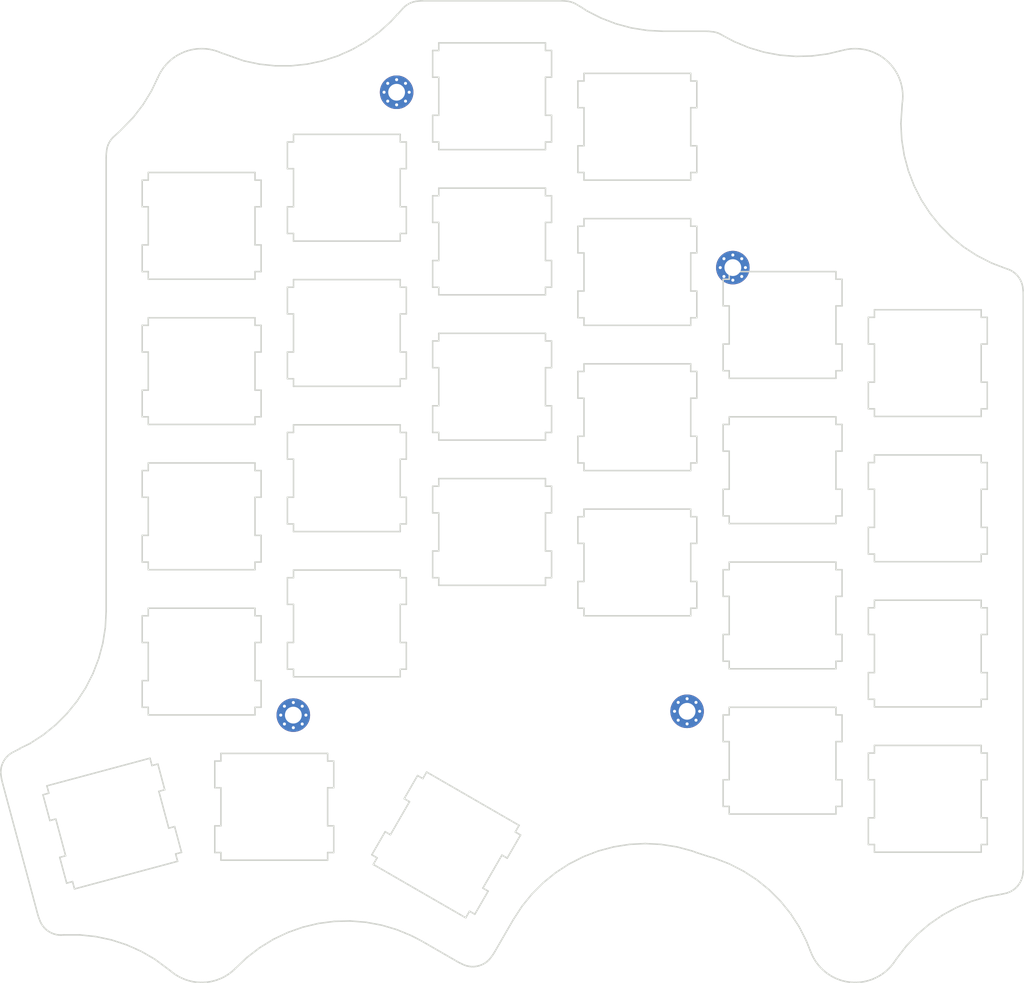
<source format=kicad_pcb>
(kicad_pcb (version 20171130) (host pcbnew 5.1.6-1.fc32)

  (general
    (thickness 1.6)
    (drawings 903)
    (tracks 0)
    (zones 0)
    (modules 4)
    (nets 1)
  )

  (page A4)
  (layers
    (0 F.Cu signal)
    (31 B.Cu signal)
    (32 B.Adhes user)
    (33 F.Adhes user)
    (34 B.Paste user)
    (35 F.Paste user)
    (36 B.SilkS user)
    (37 F.SilkS user)
    (38 B.Mask user)
    (39 F.Mask user)
    (40 Dwgs.User user)
    (41 Cmts.User user)
    (42 Eco1.User user)
    (43 Eco2.User user)
    (44 Edge.Cuts user)
    (45 Margin user)
    (46 B.CrtYd user)
    (47 F.CrtYd user)
    (48 B.Fab user)
    (49 F.Fab user)
  )

  (setup
    (last_trace_width 0.25)
    (trace_clearance 0.2)
    (zone_clearance 0.508)
    (zone_45_only no)
    (trace_min 0.2)
    (via_size 0.8)
    (via_drill 0.4)
    (via_min_size 0.4)
    (via_min_drill 0.3)
    (uvia_size 0.3)
    (uvia_drill 0.1)
    (uvias_allowed no)
    (uvia_min_size 0.2)
    (uvia_min_drill 0.1)
    (edge_width 0.05)
    (segment_width 0.2)
    (pcb_text_width 0.3)
    (pcb_text_size 1.5 1.5)
    (mod_edge_width 0.12)
    (mod_text_size 1 1)
    (mod_text_width 0.15)
    (pad_size 1.524 1.524)
    (pad_drill 0.762)
    (pad_to_mask_clearance 0.05)
    (aux_axis_origin 0 0)
    (visible_elements FFFFFF7F)
    (pcbplotparams
      (layerselection 0x010fc_ffffffff)
      (usegerberextensions false)
      (usegerberattributes true)
      (usegerberadvancedattributes true)
      (creategerberjobfile true)
      (excludeedgelayer true)
      (linewidth 0.100000)
      (plotframeref false)
      (viasonmask false)
      (mode 1)
      (useauxorigin false)
      (hpglpennumber 1)
      (hpglpenspeed 20)
      (hpglpendiameter 15.000000)
      (psnegative false)
      (psa4output false)
      (plotreference true)
      (plotvalue true)
      (plotinvisibletext false)
      (padsonsilk false)
      (subtractmaskfromsilk false)
      (outputformat 1)
      (mirror false)
      (drillshape 1)
      (scaleselection 1)
      (outputdirectory ""))
  )

  (net 0 "")

  (net_class Default "This is the default net class."
    (clearance 0.2)
    (trace_width 0.25)
    (via_dia 0.8)
    (via_drill 0.4)
    (uvia_dia 0.3)
    (uvia_drill 0.1)
  )

  (module MountingHole_2.2mm_M2_Pad_Via (layer F.Cu) (tedit 56DDB9C7) (tstamp 5F9DA030)
    (at 25.575 -12.525)
    (descr "Mounting Hole 2.2mm, M2")
    (tags "mounting hole 2.2mm m2")
    (attr virtual)
    (fp_text reference generated (at 0 -3.2) (layer F.SilkS) hide
      (effects (font (size 1 1) (thickness 0.15)))
    )
    (fp_text value MountingHole_2.2mm_M2_Pad_Via (at 0 3.2) (layer F.Fab) hide
      (effects (font (size 1 1) (thickness 0.15)))
    )
    (fp_circle (center 0 0) (end 2.45 0) (layer F.CrtYd) (width 0.05))
    (fp_circle (center 0 0) (end 2.2 0) (layer Cmts.User) (width 0.15))
    (fp_text user %R (at 0.3 0) (layer F.Fab)
      (effects (font (size 1 1) (thickness 0.15)))
    )
    (pad 1 thru_hole circle (at 1.166726 -1.166726) (size 0.7 0.7) (drill 0.4) (layers *.Cu *.Mask))
    (pad 1 thru_hole circle (at 0 -1.65) (size 0.7 0.7) (drill 0.4) (layers *.Cu *.Mask))
    (pad 1 thru_hole circle (at -1.166726 -1.166726) (size 0.7 0.7) (drill 0.4) (layers *.Cu *.Mask))
    (pad 1 thru_hole circle (at -1.65 0) (size 0.7 0.7) (drill 0.4) (layers *.Cu *.Mask))
    (pad 1 thru_hole circle (at -1.166726 1.166726) (size 0.7 0.7) (drill 0.4) (layers *.Cu *.Mask))
    (pad 1 thru_hole circle (at 0 1.65) (size 0.7 0.7) (drill 0.4) (layers *.Cu *.Mask))
    (pad 1 thru_hole circle (at 1.166726 1.166726) (size 0.7 0.7) (drill 0.4) (layers *.Cu *.Mask))
    (pad 1 thru_hole circle (at 1.65 0) (size 0.7 0.7) (drill 0.4) (layers *.Cu *.Mask))
    (pad 1 thru_hole circle (at 0 0) (size 4.4 4.4) (drill 2.2) (layers *.Cu *.Mask))
  )

  (module MountingHole_2.2mm_M2_Pad_Via (layer F.Cu) (tedit 56DDB9C7) (tstamp 5F9DA021)
    (at 69.675 10.475)
    (descr "Mounting Hole 2.2mm, M2")
    (tags "mounting hole 2.2mm m2")
    (attr virtual)
    (fp_text reference generated (at 0 -3.2) (layer F.SilkS) hide
      (effects (font (size 1 1) (thickness 0.15)))
    )
    (fp_text value MountingHole_2.2mm_M2_Pad_Via (at 0 3.2) (layer F.Fab) hide
      (effects (font (size 1 1) (thickness 0.15)))
    )
    (fp_circle (center 0 0) (end 2.45 0) (layer F.CrtYd) (width 0.05))
    (fp_circle (center 0 0) (end 2.2 0) (layer Cmts.User) (width 0.15))
    (fp_text user %R (at 0.3 0) (layer F.Fab)
      (effects (font (size 1 1) (thickness 0.15)))
    )
    (pad 1 thru_hole circle (at 1.166726 -1.166726) (size 0.7 0.7) (drill 0.4) (layers *.Cu *.Mask))
    (pad 1 thru_hole circle (at 0 -1.65) (size 0.7 0.7) (drill 0.4) (layers *.Cu *.Mask))
    (pad 1 thru_hole circle (at -1.166726 -1.166726) (size 0.7 0.7) (drill 0.4) (layers *.Cu *.Mask))
    (pad 1 thru_hole circle (at -1.65 0) (size 0.7 0.7) (drill 0.4) (layers *.Cu *.Mask))
    (pad 1 thru_hole circle (at -1.166726 1.166726) (size 0.7 0.7) (drill 0.4) (layers *.Cu *.Mask))
    (pad 1 thru_hole circle (at 0 1.65) (size 0.7 0.7) (drill 0.4) (layers *.Cu *.Mask))
    (pad 1 thru_hole circle (at 1.166726 1.166726) (size 0.7 0.7) (drill 0.4) (layers *.Cu *.Mask))
    (pad 1 thru_hole circle (at 1.65 0) (size 0.7 0.7) (drill 0.4) (layers *.Cu *.Mask))
    (pad 1 thru_hole circle (at 0 0) (size 4.4 4.4) (drill 2.2) (layers *.Cu *.Mask))
  )

  (module MountingHole_2.2mm_M2_Pad_Via (layer F.Cu) (tedit 56DDB9C7) (tstamp 5F9DA012)
    (at 12.025 69.175)
    (descr "Mounting Hole 2.2mm, M2")
    (tags "mounting hole 2.2mm m2")
    (attr virtual)
    (fp_text reference generated (at 0 -3.2) (layer F.SilkS) hide
      (effects (font (size 1 1) (thickness 0.15)))
    )
    (fp_text value MountingHole_2.2mm_M2_Pad_Via (at 0 3.2) (layer F.Fab) hide
      (effects (font (size 1 1) (thickness 0.15)))
    )
    (fp_circle (center 0 0) (end 2.45 0) (layer F.CrtYd) (width 0.05))
    (fp_circle (center 0 0) (end 2.2 0) (layer Cmts.User) (width 0.15))
    (fp_text user %R (at 0.3 0) (layer F.Fab)
      (effects (font (size 1 1) (thickness 0.15)))
    )
    (pad 1 thru_hole circle (at 1.166726 -1.166726) (size 0.7 0.7) (drill 0.4) (layers *.Cu *.Mask))
    (pad 1 thru_hole circle (at 0 -1.65) (size 0.7 0.7) (drill 0.4) (layers *.Cu *.Mask))
    (pad 1 thru_hole circle (at -1.166726 -1.166726) (size 0.7 0.7) (drill 0.4) (layers *.Cu *.Mask))
    (pad 1 thru_hole circle (at -1.65 0) (size 0.7 0.7) (drill 0.4) (layers *.Cu *.Mask))
    (pad 1 thru_hole circle (at -1.166726 1.166726) (size 0.7 0.7) (drill 0.4) (layers *.Cu *.Mask))
    (pad 1 thru_hole circle (at 0 1.65) (size 0.7 0.7) (drill 0.4) (layers *.Cu *.Mask))
    (pad 1 thru_hole circle (at 1.166726 1.166726) (size 0.7 0.7) (drill 0.4) (layers *.Cu *.Mask))
    (pad 1 thru_hole circle (at 1.65 0) (size 0.7 0.7) (drill 0.4) (layers *.Cu *.Mask))
    (pad 1 thru_hole circle (at 0 0) (size 4.4 4.4) (drill 2.2) (layers *.Cu *.Mask))
  )

  (module MountingHole_2.2mm_M2_Pad_Via (layer F.Cu) (tedit 56DDB9C7) (tstamp 5F9DA003)
    (at 63.675 68.675)
    (descr "Mounting Hole 2.2mm, M2")
    (tags "mounting hole 2.2mm m2")
    (attr virtual)
    (fp_text reference generated (at 0 -3.2) (layer F.SilkS) hide
      (effects (font (size 1 1) (thickness 0.15)))
    )
    (fp_text value MountingHole_2.2mm_M2_Pad_Via (at 0 3.2) (layer F.Fab) hide
      (effects (font (size 1 1) (thickness 0.15)))
    )
    (fp_circle (center 0 0) (end 2.45 0) (layer F.CrtYd) (width 0.05))
    (fp_circle (center 0 0) (end 2.2 0) (layer Cmts.User) (width 0.15))
    (fp_text user %R (at 0.3 0) (layer F.Fab)
      (effects (font (size 1 1) (thickness 0.15)))
    )
    (pad 1 thru_hole circle (at 1.166726 -1.166726) (size 0.7 0.7) (drill 0.4) (layers *.Cu *.Mask))
    (pad 1 thru_hole circle (at 0 -1.65) (size 0.7 0.7) (drill 0.4) (layers *.Cu *.Mask))
    (pad 1 thru_hole circle (at -1.166726 -1.166726) (size 0.7 0.7) (drill 0.4) (layers *.Cu *.Mask))
    (pad 1 thru_hole circle (at -1.65 0) (size 0.7 0.7) (drill 0.4) (layers *.Cu *.Mask))
    (pad 1 thru_hole circle (at -1.166726 1.166726) (size 0.7 0.7) (drill 0.4) (layers *.Cu *.Mask))
    (pad 1 thru_hole circle (at 0 1.65) (size 0.7 0.7) (drill 0.4) (layers *.Cu *.Mask))
    (pad 1 thru_hole circle (at 1.166726 1.166726) (size 0.7 0.7) (drill 0.4) (layers *.Cu *.Mask))
    (pad 1 thru_hole circle (at 1.65 0) (size 0.7 0.7) (drill 0.4) (layers *.Cu *.Mask))
    (pad 1 thru_hole circle (at 0 0) (size 4.4 4.4) (drill 2.2) (layers *.Cu *.Mask))
  )

  (gr_line (start 88.25 29) (end 87.45 29) (layer Edge.Cuts) (width 0.2))
  (gr_line (start 88.25 30) (end 88.25 29) (layer Edge.Cuts) (width 0.2))
  (gr_line (start 102.25 30) (end 88.25 30) (layer Edge.Cuts) (width 0.2))
  (gr_line (start 102.25 29) (end 102.25 30) (layer Edge.Cuts) (width 0.2))
  (gr_line (start 103.05 29) (end 102.25 29) (layer Edge.Cuts) (width 0.2))
  (gr_line (start 103.05 25.5) (end 103.05 29) (layer Edge.Cuts) (width 0.2))
  (gr_line (start 102.25 25.5) (end 103.05 25.5) (layer Edge.Cuts) (width 0.2))
  (gr_line (start 102.25 20.5) (end 102.25 25.5) (layer Edge.Cuts) (width 0.2))
  (gr_line (start 103.05 20.5) (end 102.25 20.5) (layer Edge.Cuts) (width 0.2))
  (gr_line (start 103.05 17) (end 103.05 20.5) (layer Edge.Cuts) (width 0.2))
  (gr_line (start 102.25 17) (end 103.05 17) (layer Edge.Cuts) (width 0.2))
  (gr_line (start 102.25 16) (end 102.25 17) (layer Edge.Cuts) (width 0.2))
  (gr_line (start 88.25 16) (end 102.25 16) (layer Edge.Cuts) (width 0.2))
  (gr_line (start 88.25 17) (end 88.25 16) (layer Edge.Cuts) (width 0.2))
  (gr_line (start 87.45 17) (end 88.25 17) (layer Edge.Cuts) (width 0.2))
  (gr_line (start 87.45 20.5) (end 87.45 17) (layer Edge.Cuts) (width 0.2))
  (gr_line (start 88.25 20.5) (end 87.45 20.5) (layer Edge.Cuts) (width 0.2))
  (gr_line (start 88.25 25.5) (end 88.25 20.5) (layer Edge.Cuts) (width 0.2))
  (gr_line (start 87.45 25.5) (end 88.25 25.5) (layer Edge.Cuts) (width 0.2))
  (gr_line (start 87.45 29) (end 87.45 25.5) (layer Edge.Cuts) (width 0.2))
  (gr_line (start 88.25 48.05) (end 87.45 48.05) (layer Edge.Cuts) (width 0.2))
  (gr_line (start 88.25 49.05) (end 88.25 48.05) (layer Edge.Cuts) (width 0.2))
  (gr_line (start 102.25 49.05) (end 88.25 49.05) (layer Edge.Cuts) (width 0.2))
  (gr_line (start 102.25 48.05) (end 102.25 49.05) (layer Edge.Cuts) (width 0.2))
  (gr_line (start 103.05 48.05) (end 102.25 48.05) (layer Edge.Cuts) (width 0.2))
  (gr_line (start 103.05 44.55) (end 103.05 48.05) (layer Edge.Cuts) (width 0.2))
  (gr_line (start 102.25 44.55) (end 103.05 44.55) (layer Edge.Cuts) (width 0.2))
  (gr_line (start 102.25 39.55) (end 102.25 44.55) (layer Edge.Cuts) (width 0.2))
  (gr_line (start 103.05 39.55) (end 102.25 39.55) (layer Edge.Cuts) (width 0.2))
  (gr_line (start 103.05 36.05) (end 103.05 39.55) (layer Edge.Cuts) (width 0.2))
  (gr_line (start 102.25 36.05) (end 103.05 36.05) (layer Edge.Cuts) (width 0.2))
  (gr_line (start 102.25 35.05) (end 102.25 36.05) (layer Edge.Cuts) (width 0.2))
  (gr_line (start 88.25 35.05) (end 102.25 35.05) (layer Edge.Cuts) (width 0.2))
  (gr_line (start 88.25 36.05) (end 88.25 35.05) (layer Edge.Cuts) (width 0.2))
  (gr_line (start 87.45 36.05) (end 88.25 36.05) (layer Edge.Cuts) (width 0.2))
  (gr_line (start 87.45 39.55) (end 87.45 36.05) (layer Edge.Cuts) (width 0.2))
  (gr_line (start 88.25 39.55) (end 87.45 39.55) (layer Edge.Cuts) (width 0.2))
  (gr_line (start 88.25 44.55) (end 88.25 39.55) (layer Edge.Cuts) (width 0.2))
  (gr_line (start 87.45 44.55) (end 88.25 44.55) (layer Edge.Cuts) (width 0.2))
  (gr_line (start 87.45 48.05) (end 87.45 44.55) (layer Edge.Cuts) (width 0.2))
  (gr_line (start 88.25 67.099999) (end 87.45 67.099999) (layer Edge.Cuts) (width 0.2))
  (gr_line (start 88.25 68.1) (end 88.25 67.099999) (layer Edge.Cuts) (width 0.2))
  (gr_line (start 102.25 68.1) (end 88.25 68.1) (layer Edge.Cuts) (width 0.2))
  (gr_line (start 102.25 67.099999) (end 102.25 68.1) (layer Edge.Cuts) (width 0.2))
  (gr_line (start 103.05 67.099999) (end 102.25 67.099999) (layer Edge.Cuts) (width 0.2))
  (gr_line (start 103.05 63.6) (end 103.05 67.099999) (layer Edge.Cuts) (width 0.2))
  (gr_line (start 102.25 63.6) (end 103.05 63.6) (layer Edge.Cuts) (width 0.2))
  (gr_line (start 102.25 58.6) (end 102.25 63.6) (layer Edge.Cuts) (width 0.2))
  (gr_line (start 103.05 58.6) (end 102.25 58.6) (layer Edge.Cuts) (width 0.2))
  (gr_line (start 103.05 55.1) (end 103.05 58.6) (layer Edge.Cuts) (width 0.2))
  (gr_line (start 102.25 55.1) (end 103.05 55.1) (layer Edge.Cuts) (width 0.2))
  (gr_line (start 102.25 54.1) (end 102.25 55.1) (layer Edge.Cuts) (width 0.2))
  (gr_line (start 88.25 54.1) (end 102.25 54.1) (layer Edge.Cuts) (width 0.2))
  (gr_line (start 88.25 55.1) (end 88.25 54.1) (layer Edge.Cuts) (width 0.2))
  (gr_line (start 87.45 55.1) (end 88.25 55.1) (layer Edge.Cuts) (width 0.2))
  (gr_line (start 87.45 58.6) (end 87.45 55.1) (layer Edge.Cuts) (width 0.2))
  (gr_line (start 88.25 58.6) (end 87.45 58.6) (layer Edge.Cuts) (width 0.2))
  (gr_line (start 88.25 63.6) (end 88.25 58.6) (layer Edge.Cuts) (width 0.2))
  (gr_line (start 87.45 63.6) (end 88.25 63.6) (layer Edge.Cuts) (width 0.2))
  (gr_line (start 87.45 67.099999) (end 87.45 63.6) (layer Edge.Cuts) (width 0.2))
  (gr_line (start 88.25 86.15) (end 87.45 86.15) (layer Edge.Cuts) (width 0.2))
  (gr_line (start 88.25 87.15) (end 88.25 86.15) (layer Edge.Cuts) (width 0.2))
  (gr_line (start 102.25 87.15) (end 88.25 87.15) (layer Edge.Cuts) (width 0.2))
  (gr_line (start 102.25 86.15) (end 102.25 87.15) (layer Edge.Cuts) (width 0.2))
  (gr_line (start 103.05 86.15) (end 102.25 86.15) (layer Edge.Cuts) (width 0.2))
  (gr_line (start 103.05 82.65) (end 103.05 86.15) (layer Edge.Cuts) (width 0.2))
  (gr_line (start 102.25 82.65) (end 103.05 82.65) (layer Edge.Cuts) (width 0.2))
  (gr_line (start 102.25 77.65) (end 102.25 82.65) (layer Edge.Cuts) (width 0.2))
  (gr_line (start 103.05 77.65) (end 102.25 77.65) (layer Edge.Cuts) (width 0.2))
  (gr_line (start 103.05 74.15) (end 103.05 77.65) (layer Edge.Cuts) (width 0.2))
  (gr_line (start 102.25 74.15) (end 103.05 74.15) (layer Edge.Cuts) (width 0.2))
  (gr_line (start 102.25 73.15) (end 102.25 74.15) (layer Edge.Cuts) (width 0.2))
  (gr_line (start 88.25 73.15) (end 102.25 73.15) (layer Edge.Cuts) (width 0.2))
  (gr_line (start 88.25 74.15) (end 88.25 73.15) (layer Edge.Cuts) (width 0.2))
  (gr_line (start 87.45 74.15) (end 88.25 74.15) (layer Edge.Cuts) (width 0.2))
  (gr_line (start 87.45 77.65) (end 87.45 74.15) (layer Edge.Cuts) (width 0.2))
  (gr_line (start 88.25 77.65) (end 87.45 77.65) (layer Edge.Cuts) (width 0.2))
  (gr_line (start 88.25 82.65) (end 88.25 77.65) (layer Edge.Cuts) (width 0.2))
  (gr_line (start 87.45 82.65) (end 88.25 82.65) (layer Edge.Cuts) (width 0.2))
  (gr_line (start 87.45 86.15) (end 87.45 82.65) (layer Edge.Cuts) (width 0.2))
  (gr_line (start 69.2 24) (end 68.4 24) (layer Edge.Cuts) (width 0.2))
  (gr_line (start 69.2 25) (end 69.2 24) (layer Edge.Cuts) (width 0.2))
  (gr_line (start 83.2 25) (end 69.2 25) (layer Edge.Cuts) (width 0.2))
  (gr_line (start 83.2 24) (end 83.2 25) (layer Edge.Cuts) (width 0.2))
  (gr_line (start 84 24) (end 83.2 24) (layer Edge.Cuts) (width 0.2))
  (gr_line (start 84 20.5) (end 84 24) (layer Edge.Cuts) (width 0.2))
  (gr_line (start 83.2 20.5) (end 84 20.5) (layer Edge.Cuts) (width 0.2))
  (gr_line (start 83.2 15.5) (end 83.2 20.5) (layer Edge.Cuts) (width 0.2))
  (gr_line (start 84 15.5) (end 83.2 15.5) (layer Edge.Cuts) (width 0.2))
  (gr_line (start 84 12) (end 84 15.5) (layer Edge.Cuts) (width 0.2))
  (gr_line (start 83.2 12) (end 84 12) (layer Edge.Cuts) (width 0.2))
  (gr_line (start 83.2 11) (end 83.2 12) (layer Edge.Cuts) (width 0.2))
  (gr_line (start 69.2 11) (end 83.2 11) (layer Edge.Cuts) (width 0.2))
  (gr_line (start 69.2 12) (end 69.2 11) (layer Edge.Cuts) (width 0.2))
  (gr_line (start 68.4 12) (end 69.2 12) (layer Edge.Cuts) (width 0.2))
  (gr_line (start 68.4 15.5) (end 68.4 12) (layer Edge.Cuts) (width 0.2))
  (gr_line (start 69.2 15.5) (end 68.4 15.5) (layer Edge.Cuts) (width 0.2))
  (gr_line (start 69.2 20.5) (end 69.2 15.5) (layer Edge.Cuts) (width 0.2))
  (gr_line (start 68.4 20.5) (end 69.2 20.5) (layer Edge.Cuts) (width 0.2))
  (gr_line (start 68.4 24) (end 68.4 20.5) (layer Edge.Cuts) (width 0.2))
  (gr_line (start 69.2 43.05) (end 68.4 43.05) (layer Edge.Cuts) (width 0.2))
  (gr_line (start 69.2 44.05) (end 69.2 43.05) (layer Edge.Cuts) (width 0.2))
  (gr_line (start 83.2 44.05) (end 69.2 44.05) (layer Edge.Cuts) (width 0.2))
  (gr_line (start 83.2 43.05) (end 83.2 44.05) (layer Edge.Cuts) (width 0.2))
  (gr_line (start 84 43.05) (end 83.2 43.05) (layer Edge.Cuts) (width 0.2))
  (gr_line (start 84 39.55) (end 84 43.05) (layer Edge.Cuts) (width 0.2))
  (gr_line (start 83.2 39.55) (end 84 39.55) (layer Edge.Cuts) (width 0.2))
  (gr_line (start 83.2 34.55) (end 83.2 39.55) (layer Edge.Cuts) (width 0.2))
  (gr_line (start 84 34.55) (end 83.2 34.55) (layer Edge.Cuts) (width 0.2))
  (gr_line (start 84 31.05) (end 84 34.55) (layer Edge.Cuts) (width 0.2))
  (gr_line (start 83.2 31.05) (end 84 31.05) (layer Edge.Cuts) (width 0.2))
  (gr_line (start 83.2 30.05) (end 83.2 31.05) (layer Edge.Cuts) (width 0.2))
  (gr_line (start 69.2 30.05) (end 83.2 30.05) (layer Edge.Cuts) (width 0.2))
  (gr_line (start 69.2 31.05) (end 69.2 30.05) (layer Edge.Cuts) (width 0.2))
  (gr_line (start 68.4 31.05) (end 69.2 31.05) (layer Edge.Cuts) (width 0.2))
  (gr_line (start 68.4 34.55) (end 68.4 31.05) (layer Edge.Cuts) (width 0.2))
  (gr_line (start 69.2 34.55) (end 68.4 34.55) (layer Edge.Cuts) (width 0.2))
  (gr_line (start 69.2 39.55) (end 69.2 34.55) (layer Edge.Cuts) (width 0.2))
  (gr_line (start 68.4 39.55) (end 69.2 39.55) (layer Edge.Cuts) (width 0.2))
  (gr_line (start 68.4 43.05) (end 68.4 39.55) (layer Edge.Cuts) (width 0.2))
  (gr_line (start 69.2 62.1) (end 68.4 62.1) (layer Edge.Cuts) (width 0.2))
  (gr_line (start 69.2 63.1) (end 69.2 62.1) (layer Edge.Cuts) (width 0.2))
  (gr_line (start 83.2 63.1) (end 69.2 63.1) (layer Edge.Cuts) (width 0.2))
  (gr_line (start 83.2 62.1) (end 83.2 63.1) (layer Edge.Cuts) (width 0.2))
  (gr_line (start 84 62.1) (end 83.2 62.1) (layer Edge.Cuts) (width 0.2))
  (gr_line (start 84 58.6) (end 84 62.1) (layer Edge.Cuts) (width 0.2))
  (gr_line (start 83.2 58.6) (end 84 58.6) (layer Edge.Cuts) (width 0.2))
  (gr_line (start 83.2 53.6) (end 83.2 58.6) (layer Edge.Cuts) (width 0.2))
  (gr_line (start 84 53.6) (end 83.2 53.6) (layer Edge.Cuts) (width 0.2))
  (gr_line (start 84 50.1) (end 84 53.6) (layer Edge.Cuts) (width 0.2))
  (gr_line (start 83.2 50.1) (end 84 50.1) (layer Edge.Cuts) (width 0.2))
  (gr_line (start 83.2 49.1) (end 83.2 50.1) (layer Edge.Cuts) (width 0.2))
  (gr_line (start 69.2 49.1) (end 83.2 49.1) (layer Edge.Cuts) (width 0.2))
  (gr_line (start 69.2 50.1) (end 69.2 49.1) (layer Edge.Cuts) (width 0.2))
  (gr_line (start 68.4 50.1) (end 69.2 50.1) (layer Edge.Cuts) (width 0.2))
  (gr_line (start 68.4 53.6) (end 68.4 50.1) (layer Edge.Cuts) (width 0.2))
  (gr_line (start 69.2 53.6) (end 68.4 53.6) (layer Edge.Cuts) (width 0.2))
  (gr_line (start 69.2 58.6) (end 69.2 53.6) (layer Edge.Cuts) (width 0.2))
  (gr_line (start 68.4 58.6) (end 69.2 58.6) (layer Edge.Cuts) (width 0.2))
  (gr_line (start 68.4 62.1) (end 68.4 58.6) (layer Edge.Cuts) (width 0.2))
  (gr_line (start 69.2 81.15) (end 68.4 81.15) (layer Edge.Cuts) (width 0.2))
  (gr_line (start 69.2 82.15) (end 69.2 81.15) (layer Edge.Cuts) (width 0.2))
  (gr_line (start 83.2 82.15) (end 69.2 82.15) (layer Edge.Cuts) (width 0.2))
  (gr_line (start 83.2 81.15) (end 83.2 82.15) (layer Edge.Cuts) (width 0.2))
  (gr_line (start 84 81.15) (end 83.2 81.15) (layer Edge.Cuts) (width 0.2))
  (gr_line (start 84 77.65) (end 84 81.15) (layer Edge.Cuts) (width 0.2))
  (gr_line (start 83.2 77.65) (end 84 77.65) (layer Edge.Cuts) (width 0.2))
  (gr_line (start 83.2 72.65) (end 83.2 77.65) (layer Edge.Cuts) (width 0.2))
  (gr_line (start 84 72.65) (end 83.2 72.65) (layer Edge.Cuts) (width 0.2))
  (gr_line (start 84 69.15) (end 84 72.65) (layer Edge.Cuts) (width 0.2))
  (gr_line (start 83.2 69.15) (end 84 69.15) (layer Edge.Cuts) (width 0.2))
  (gr_line (start 83.2 68.15) (end 83.2 69.15) (layer Edge.Cuts) (width 0.2))
  (gr_line (start 69.2 68.15) (end 83.2 68.15) (layer Edge.Cuts) (width 0.2))
  (gr_line (start 69.2 69.15) (end 69.2 68.15) (layer Edge.Cuts) (width 0.2))
  (gr_line (start 68.4 69.15) (end 69.2 69.15) (layer Edge.Cuts) (width 0.2))
  (gr_line (start 68.4 72.65) (end 68.4 69.15) (layer Edge.Cuts) (width 0.2))
  (gr_line (start 69.2 72.65) (end 68.4 72.65) (layer Edge.Cuts) (width 0.2))
  (gr_line (start 69.2 77.65) (end 69.2 72.65) (layer Edge.Cuts) (width 0.2))
  (gr_line (start 68.4 77.65) (end 69.2 77.65) (layer Edge.Cuts) (width 0.2))
  (gr_line (start 68.4 81.15) (end 68.4 77.65) (layer Edge.Cuts) (width 0.2))
  (gr_line (start 50.15 -2) (end 49.35 -2) (layer Edge.Cuts) (width 0.2))
  (gr_line (start 50.15 -1) (end 50.15 -2) (layer Edge.Cuts) (width 0.2))
  (gr_line (start 64.15 -1) (end 50.15 -1) (layer Edge.Cuts) (width 0.2))
  (gr_line (start 64.15 -2) (end 64.15 -1) (layer Edge.Cuts) (width 0.2))
  (gr_line (start 64.95 -2) (end 64.15 -2) (layer Edge.Cuts) (width 0.2))
  (gr_line (start 64.95 -5.5) (end 64.95 -2) (layer Edge.Cuts) (width 0.2))
  (gr_line (start 64.15 -5.5) (end 64.95 -5.5) (layer Edge.Cuts) (width 0.2))
  (gr_line (start 64.15 -10.5) (end 64.15 -5.5) (layer Edge.Cuts) (width 0.2))
  (gr_line (start 64.95 -10.5) (end 64.15 -10.5) (layer Edge.Cuts) (width 0.2))
  (gr_line (start 64.95 -14) (end 64.95 -10.5) (layer Edge.Cuts) (width 0.2))
  (gr_line (start 64.15 -14) (end 64.95 -14) (layer Edge.Cuts) (width 0.2))
  (gr_line (start 64.15 -15) (end 64.15 -14) (layer Edge.Cuts) (width 0.2))
  (gr_line (start 50.15 -15) (end 64.15 -15) (layer Edge.Cuts) (width 0.2))
  (gr_line (start 50.15 -14) (end 50.15 -15) (layer Edge.Cuts) (width 0.2))
  (gr_line (start 49.35 -14) (end 50.15 -14) (layer Edge.Cuts) (width 0.2))
  (gr_line (start 49.35 -10.5) (end 49.35 -14) (layer Edge.Cuts) (width 0.2))
  (gr_line (start 50.15 -10.5) (end 49.35 -10.5) (layer Edge.Cuts) (width 0.2))
  (gr_line (start 50.15 -5.5) (end 50.15 -10.5) (layer Edge.Cuts) (width 0.2))
  (gr_line (start 49.35 -5.5) (end 50.15 -5.5) (layer Edge.Cuts) (width 0.2))
  (gr_line (start 49.35 -2) (end 49.35 -5.5) (layer Edge.Cuts) (width 0.2))
  (gr_line (start 50.15 17.05) (end 49.35 17.05) (layer Edge.Cuts) (width 0.2))
  (gr_line (start 50.15 18.05) (end 50.15 17.05) (layer Edge.Cuts) (width 0.2))
  (gr_line (start 64.15 18.05) (end 50.15 18.05) (layer Edge.Cuts) (width 0.2))
  (gr_line (start 64.15 17.05) (end 64.15 18.05) (layer Edge.Cuts) (width 0.2))
  (gr_line (start 64.95 17.05) (end 64.15 17.05) (layer Edge.Cuts) (width 0.2))
  (gr_line (start 64.95 13.55) (end 64.95 17.05) (layer Edge.Cuts) (width 0.2))
  (gr_line (start 64.15 13.55) (end 64.95 13.55) (layer Edge.Cuts) (width 0.2))
  (gr_line (start 64.15 8.54999) (end 64.15 13.55) (layer Edge.Cuts) (width 0.2))
  (gr_line (start 64.95 8.54999) (end 64.15 8.54999) (layer Edge.Cuts) (width 0.2))
  (gr_line (start 64.95 5.04999) (end 64.95 8.54999) (layer Edge.Cuts) (width 0.2))
  (gr_line (start 64.15 5.04999) (end 64.95 5.04999) (layer Edge.Cuts) (width 0.2))
  (gr_line (start 64.15 4.04999) (end 64.15 5.04999) (layer Edge.Cuts) (width 0.2))
  (gr_line (start 50.15 4.04999) (end 64.15 4.04999) (layer Edge.Cuts) (width 0.2))
  (gr_line (start 50.15 5.04999) (end 50.15 4.04999) (layer Edge.Cuts) (width 0.2))
  (gr_line (start 49.35 5.04999) (end 50.15 5.04999) (layer Edge.Cuts) (width 0.2))
  (gr_line (start 49.35 8.54999) (end 49.35 5.04999) (layer Edge.Cuts) (width 0.2))
  (gr_line (start 50.15 8.54999) (end 49.35 8.54999) (layer Edge.Cuts) (width 0.2))
  (gr_line (start 50.15 13.55) (end 50.15 8.54999) (layer Edge.Cuts) (width 0.2))
  (gr_line (start 49.35 13.55) (end 50.15 13.55) (layer Edge.Cuts) (width 0.2))
  (gr_line (start 49.35 17.05) (end 49.35 13.55) (layer Edge.Cuts) (width 0.2))
  (gr_line (start 50.15 36.1) (end 49.35 36.1) (layer Edge.Cuts) (width 0.2))
  (gr_line (start 50.15 37.1) (end 50.15 36.1) (layer Edge.Cuts) (width 0.2))
  (gr_line (start 64.15 37.1) (end 50.15 37.1) (layer Edge.Cuts) (width 0.2))
  (gr_line (start 64.15 36.1) (end 64.15 37.1) (layer Edge.Cuts) (width 0.2))
  (gr_line (start 64.95 36.1) (end 64.15 36.1) (layer Edge.Cuts) (width 0.2))
  (gr_line (start 64.95 32.6) (end 64.95 36.1) (layer Edge.Cuts) (width 0.2))
  (gr_line (start 64.15 32.6) (end 64.95 32.6) (layer Edge.Cuts) (width 0.2))
  (gr_line (start 64.15 27.6) (end 64.15 32.6) (layer Edge.Cuts) (width 0.2))
  (gr_line (start 64.95 27.6) (end 64.15 27.6) (layer Edge.Cuts) (width 0.2))
  (gr_line (start 64.95 24.1) (end 64.95 27.6) (layer Edge.Cuts) (width 0.2))
  (gr_line (start 64.15 24.1) (end 64.95 24.1) (layer Edge.Cuts) (width 0.2))
  (gr_line (start 64.15 23.1) (end 64.15 24.1) (layer Edge.Cuts) (width 0.2))
  (gr_line (start 50.15 23.1) (end 64.15 23.1) (layer Edge.Cuts) (width 0.2))
  (gr_line (start 50.15 24.1) (end 50.15 23.1) (layer Edge.Cuts) (width 0.2))
  (gr_line (start 49.35 24.1) (end 50.15 24.1) (layer Edge.Cuts) (width 0.2))
  (gr_line (start 49.35 27.6) (end 49.35 24.1) (layer Edge.Cuts) (width 0.2))
  (gr_line (start 50.15 27.6) (end 49.35 27.6) (layer Edge.Cuts) (width 0.2))
  (gr_line (start 50.15 32.6) (end 50.15 27.6) (layer Edge.Cuts) (width 0.2))
  (gr_line (start 49.35 32.6) (end 50.15 32.6) (layer Edge.Cuts) (width 0.2))
  (gr_line (start 49.35 36.1) (end 49.35 32.6) (layer Edge.Cuts) (width 0.2))
  (gr_line (start 50.15 55.15) (end 49.35 55.15) (layer Edge.Cuts) (width 0.2))
  (gr_line (start 50.15 56.15) (end 50.15 55.15) (layer Edge.Cuts) (width 0.2))
  (gr_line (start 64.15 56.15) (end 50.15 56.15) (layer Edge.Cuts) (width 0.2))
  (gr_line (start 64.15 55.15) (end 64.15 56.15) (layer Edge.Cuts) (width 0.2))
  (gr_line (start 64.95 55.15) (end 64.15 55.15) (layer Edge.Cuts) (width 0.2))
  (gr_line (start 64.95 51.65) (end 64.95 55.15) (layer Edge.Cuts) (width 0.2))
  (gr_line (start 64.15 51.65) (end 64.95 51.65) (layer Edge.Cuts) (width 0.2))
  (gr_line (start 64.15 46.65) (end 64.15 51.65) (layer Edge.Cuts) (width 0.2))
  (gr_line (start 64.95 46.65) (end 64.15 46.65) (layer Edge.Cuts) (width 0.2))
  (gr_line (start 64.95 43.15) (end 64.95 46.65) (layer Edge.Cuts) (width 0.2))
  (gr_line (start 64.15 43.15) (end 64.95 43.15) (layer Edge.Cuts) (width 0.2))
  (gr_line (start 64.15 42.15) (end 64.15 43.15) (layer Edge.Cuts) (width 0.2))
  (gr_line (start 50.15 42.15) (end 64.15 42.15) (layer Edge.Cuts) (width 0.2))
  (gr_line (start 50.15 43.15) (end 50.15 42.15) (layer Edge.Cuts) (width 0.2))
  (gr_line (start 49.35 43.15) (end 50.15 43.15) (layer Edge.Cuts) (width 0.2))
  (gr_line (start 49.35 46.65) (end 49.35 43.15) (layer Edge.Cuts) (width 0.2))
  (gr_line (start 50.15 46.65) (end 49.35 46.65) (layer Edge.Cuts) (width 0.2))
  (gr_line (start 50.15 51.65) (end 50.15 46.65) (layer Edge.Cuts) (width 0.2))
  (gr_line (start 49.35 51.65) (end 50.15 51.65) (layer Edge.Cuts) (width 0.2))
  (gr_line (start 49.35 55.15) (end 49.35 51.65) (layer Edge.Cuts) (width 0.2))
  (gr_line (start 31.1 -6) (end 30.3 -6) (layer Edge.Cuts) (width 0.2))
  (gr_line (start 31.1 -5) (end 31.1 -6) (layer Edge.Cuts) (width 0.2))
  (gr_line (start 45.1 -5) (end 31.1 -5) (layer Edge.Cuts) (width 0.2))
  (gr_line (start 45.1 -6) (end 45.1 -5) (layer Edge.Cuts) (width 0.2))
  (gr_line (start 45.9 -6) (end 45.1 -6) (layer Edge.Cuts) (width 0.2))
  (gr_line (start 45.9 -9.5) (end 45.9 -6) (layer Edge.Cuts) (width 0.2))
  (gr_line (start 45.1 -9.5) (end 45.9 -9.5) (layer Edge.Cuts) (width 0.2))
  (gr_line (start 45.1 -14.5) (end 45.1 -9.5) (layer Edge.Cuts) (width 0.2))
  (gr_line (start 45.9 -14.5) (end 45.1 -14.5) (layer Edge.Cuts) (width 0.2))
  (gr_line (start 45.9 -18) (end 45.9 -14.5) (layer Edge.Cuts) (width 0.2))
  (gr_line (start 45.1 -18) (end 45.9 -18) (layer Edge.Cuts) (width 0.2))
  (gr_line (start 45.1 -19) (end 45.1 -18) (layer Edge.Cuts) (width 0.2))
  (gr_line (start 31.1 -19) (end 45.1 -19) (layer Edge.Cuts) (width 0.2))
  (gr_line (start 31.1 -18) (end 31.1 -19) (layer Edge.Cuts) (width 0.2))
  (gr_line (start 30.3 -18) (end 31.1 -18) (layer Edge.Cuts) (width 0.2))
  (gr_line (start 30.3 -14.5) (end 30.3 -18) (layer Edge.Cuts) (width 0.2))
  (gr_line (start 31.1 -14.5) (end 30.3 -14.5) (layer Edge.Cuts) (width 0.2))
  (gr_line (start 31.1 -9.5) (end 31.1 -14.5) (layer Edge.Cuts) (width 0.2))
  (gr_line (start 30.3 -9.5) (end 31.1 -9.5) (layer Edge.Cuts) (width 0.2))
  (gr_line (start 30.3 -6) (end 30.3 -9.5) (layer Edge.Cuts) (width 0.2))
  (gr_line (start 31.1 13.05) (end 30.3 13.05) (layer Edge.Cuts) (width 0.2))
  (gr_line (start 31.1 14.05) (end 31.1 13.05) (layer Edge.Cuts) (width 0.2))
  (gr_line (start 45.1 14.05) (end 31.1 14.05) (layer Edge.Cuts) (width 0.2))
  (gr_line (start 45.1 13.05) (end 45.1 14.05) (layer Edge.Cuts) (width 0.2))
  (gr_line (start 45.9 13.05) (end 45.1 13.05) (layer Edge.Cuts) (width 0.2))
  (gr_line (start 45.9 9.54999) (end 45.9 13.05) (layer Edge.Cuts) (width 0.2))
  (gr_line (start 45.1 9.54999) (end 45.9 9.54999) (layer Edge.Cuts) (width 0.2))
  (gr_line (start 45.1 4.54999) (end 45.1 9.54999) (layer Edge.Cuts) (width 0.2))
  (gr_line (start 45.9 4.54999) (end 45.1 4.54999) (layer Edge.Cuts) (width 0.2))
  (gr_line (start 45.9 1.04999) (end 45.9 4.54999) (layer Edge.Cuts) (width 0.2))
  (gr_line (start 45.1 1.04999) (end 45.9 1.04999) (layer Edge.Cuts) (width 0.2))
  (gr_line (start 45.1 0.049987) (end 45.1 1.04999) (layer Edge.Cuts) (width 0.2))
  (gr_line (start 31.1 0.049987) (end 45.1 0.049987) (layer Edge.Cuts) (width 0.2))
  (gr_line (start 31.1 1.04999) (end 31.1 0.049987) (layer Edge.Cuts) (width 0.2))
  (gr_line (start 30.3 1.04999) (end 31.1 1.04999) (layer Edge.Cuts) (width 0.2))
  (gr_line (start 30.3 4.54999) (end 30.3 1.04999) (layer Edge.Cuts) (width 0.2))
  (gr_line (start 31.1 4.54999) (end 30.3 4.54999) (layer Edge.Cuts) (width 0.2))
  (gr_line (start 31.1 9.54999) (end 31.1 4.54999) (layer Edge.Cuts) (width 0.2))
  (gr_line (start 30.3 9.54999) (end 31.1 9.54999) (layer Edge.Cuts) (width 0.2))
  (gr_line (start 30.3 13.05) (end 30.3 9.54999) (layer Edge.Cuts) (width 0.2))
  (gr_line (start 31.1 32.1) (end 30.3 32.1) (layer Edge.Cuts) (width 0.2))
  (gr_line (start 31.1 33.1) (end 31.1 32.1) (layer Edge.Cuts) (width 0.2))
  (gr_line (start 45.1 33.1) (end 31.1 33.1) (layer Edge.Cuts) (width 0.2))
  (gr_line (start 45.1 32.1) (end 45.1 33.1) (layer Edge.Cuts) (width 0.2))
  (gr_line (start 45.9 32.1) (end 45.1 32.1) (layer Edge.Cuts) (width 0.2))
  (gr_line (start 45.9 28.6) (end 45.9 32.1) (layer Edge.Cuts) (width 0.2))
  (gr_line (start 45.1 28.6) (end 45.9 28.6) (layer Edge.Cuts) (width 0.2))
  (gr_line (start 45.1 23.6) (end 45.1 28.6) (layer Edge.Cuts) (width 0.2))
  (gr_line (start 45.9 23.6) (end 45.1 23.6) (layer Edge.Cuts) (width 0.2))
  (gr_line (start 45.9 20.1) (end 45.9 23.6) (layer Edge.Cuts) (width 0.2))
  (gr_line (start 45.1 20.1) (end 45.9 20.1) (layer Edge.Cuts) (width 0.2))
  (gr_line (start 45.1 19.1) (end 45.1 20.1) (layer Edge.Cuts) (width 0.2))
  (gr_line (start 31.1 19.1) (end 45.1 19.1) (layer Edge.Cuts) (width 0.2))
  (gr_line (start 31.1 20.1) (end 31.1 19.1) (layer Edge.Cuts) (width 0.2))
  (gr_line (start 30.3 20.1) (end 31.1 20.1) (layer Edge.Cuts) (width 0.2))
  (gr_line (start 30.3 23.6) (end 30.3 20.1) (layer Edge.Cuts) (width 0.2))
  (gr_line (start 31.1 23.6) (end 30.3 23.6) (layer Edge.Cuts) (width 0.2))
  (gr_line (start 31.1 28.6) (end 31.1 23.6) (layer Edge.Cuts) (width 0.2))
  (gr_line (start 30.3 28.6) (end 31.1 28.6) (layer Edge.Cuts) (width 0.2))
  (gr_line (start 30.3 32.1) (end 30.3 28.6) (layer Edge.Cuts) (width 0.2))
  (gr_line (start 31.1 51.15) (end 30.3 51.15) (layer Edge.Cuts) (width 0.2))
  (gr_line (start 31.1 52.15) (end 31.1 51.15) (layer Edge.Cuts) (width 0.2))
  (gr_line (start 45.1 52.15) (end 31.1 52.15) (layer Edge.Cuts) (width 0.2))
  (gr_line (start 45.1 51.15) (end 45.1 52.15) (layer Edge.Cuts) (width 0.2))
  (gr_line (start 45.9 51.15) (end 45.1 51.15) (layer Edge.Cuts) (width 0.2))
  (gr_line (start 45.9 47.65) (end 45.9 51.15) (layer Edge.Cuts) (width 0.2))
  (gr_line (start 45.1 47.65) (end 45.9 47.65) (layer Edge.Cuts) (width 0.2))
  (gr_line (start 45.1 42.65) (end 45.1 47.65) (layer Edge.Cuts) (width 0.2))
  (gr_line (start 45.9 42.65) (end 45.1 42.65) (layer Edge.Cuts) (width 0.2))
  (gr_line (start 45.9 39.15) (end 45.9 42.65) (layer Edge.Cuts) (width 0.2))
  (gr_line (start 45.1 39.15) (end 45.9 39.15) (layer Edge.Cuts) (width 0.2))
  (gr_line (start 45.1 38.15) (end 45.1 39.15) (layer Edge.Cuts) (width 0.2))
  (gr_line (start 31.1 38.15) (end 45.1 38.15) (layer Edge.Cuts) (width 0.2))
  (gr_line (start 31.1 39.15) (end 31.1 38.15) (layer Edge.Cuts) (width 0.2))
  (gr_line (start 30.3 39.15) (end 31.1 39.15) (layer Edge.Cuts) (width 0.2))
  (gr_line (start 30.3 42.65) (end 30.3 39.15) (layer Edge.Cuts) (width 0.2))
  (gr_line (start 31.1 42.65) (end 30.3 42.65) (layer Edge.Cuts) (width 0.2))
  (gr_line (start 31.1 47.65) (end 31.1 42.65) (layer Edge.Cuts) (width 0.2))
  (gr_line (start 30.3 47.65) (end 31.1 47.65) (layer Edge.Cuts) (width 0.2))
  (gr_line (start 30.3 51.15) (end 30.3 47.65) (layer Edge.Cuts) (width 0.2))
  (gr_line (start 23.0128 87.8961) (end 22.32 87.4961) (layer Edge.Cuts) (width 0.2))
  (gr_line (start 22.5128 88.7622) (end 23.0128 87.8961) (layer Edge.Cuts) (width 0.2))
  (gr_line (start 34.6372 95.7622) (end 22.5128 88.7622) (layer Edge.Cuts) (width 0.2))
  (gr_line (start 35.1372 94.8961) (end 34.6372 95.7622) (layer Edge.Cuts) (width 0.2))
  (gr_line (start 35.83 95.2961) (end 35.1372 94.8961) (layer Edge.Cuts) (width 0.2))
  (gr_line (start 37.58 92.265) (end 35.83 95.2961) (layer Edge.Cuts) (width 0.2))
  (gr_line (start 36.8872 91.8651) (end 37.58 92.265) (layer Edge.Cuts) (width 0.2))
  (gr_line (start 39.3872 87.5349) (end 36.8872 91.8651) (layer Edge.Cuts) (width 0.2))
  (gr_line (start 40.08 87.9349) (end 39.3872 87.5349) (layer Edge.Cuts) (width 0.2))
  (gr_line (start 41.83 84.9038) (end 40.08 87.9349) (layer Edge.Cuts) (width 0.2))
  (gr_line (start 41.1372 84.5038) (end 41.83 84.9038) (layer Edge.Cuts) (width 0.2))
  (gr_line (start 41.6372 83.6378) (end 41.1372 84.5038) (layer Edge.Cuts) (width 0.2))
  (gr_line (start 29.5128 76.6378) (end 41.6372 83.6378) (layer Edge.Cuts) (width 0.2))
  (gr_line (start 29.0128 77.5038) (end 29.5128 76.6378) (layer Edge.Cuts) (width 0.2))
  (gr_line (start 28.32 77.1038) (end 29.0128 77.5038) (layer Edge.Cuts) (width 0.2))
  (gr_line (start 26.57 80.1349) (end 28.32 77.1038) (layer Edge.Cuts) (width 0.2))
  (gr_line (start 27.2628 80.5349) (end 26.57 80.1349) (layer Edge.Cuts) (width 0.2))
  (gr_line (start 24.7628 84.8651) (end 27.2628 80.5349) (layer Edge.Cuts) (width 0.2))
  (gr_line (start 24.07 84.4651) (end 24.7628 84.8651) (layer Edge.Cuts) (width 0.2))
  (gr_line (start 22.32 87.4961) (end 24.07 84.4651) (layer Edge.Cuts) (width 0.2))
  (gr_line (start 12.05 6) (end 11.25 6) (layer Edge.Cuts) (width 0.2))
  (gr_line (start 12.05 7) (end 12.05 6) (layer Edge.Cuts) (width 0.2))
  (gr_line (start 26.05 7) (end 12.05 7) (layer Edge.Cuts) (width 0.2))
  (gr_line (start 26.05 6) (end 26.05 7) (layer Edge.Cuts) (width 0.2))
  (gr_line (start 26.85 6) (end 26.05 6) (layer Edge.Cuts) (width 0.2))
  (gr_line (start 26.85 2.5) (end 26.85 6) (layer Edge.Cuts) (width 0.2))
  (gr_line (start 26.05 2.5) (end 26.85 2.5) (layer Edge.Cuts) (width 0.2))
  (gr_line (start 26.05 -2.5) (end 26.05 2.5) (layer Edge.Cuts) (width 0.2))
  (gr_line (start 26.85 -2.5) (end 26.05 -2.5) (layer Edge.Cuts) (width 0.2))
  (gr_line (start 26.85 -6) (end 26.85 -2.5) (layer Edge.Cuts) (width 0.2))
  (gr_line (start 26.05 -6) (end 26.85 -6) (layer Edge.Cuts) (width 0.2))
  (gr_line (start 26.05 -7) (end 26.05 -6) (layer Edge.Cuts) (width 0.2))
  (gr_line (start 12.05 -7) (end 26.05 -7) (layer Edge.Cuts) (width 0.2))
  (gr_line (start 12.05 -6) (end 12.05 -7) (layer Edge.Cuts) (width 0.2))
  (gr_line (start 11.25 -6) (end 12.05 -6) (layer Edge.Cuts) (width 0.2))
  (gr_line (start 11.25 -2.5) (end 11.25 -6) (layer Edge.Cuts) (width 0.2))
  (gr_line (start 12.05 -2.5) (end 11.25 -2.5) (layer Edge.Cuts) (width 0.2))
  (gr_line (start 12.05 2.5) (end 12.05 -2.5) (layer Edge.Cuts) (width 0.2))
  (gr_line (start 11.25 2.5) (end 12.05 2.5) (layer Edge.Cuts) (width 0.2))
  (gr_line (start 11.25 6) (end 11.25 2.5) (layer Edge.Cuts) (width 0.2))
  (gr_line (start 12.05 25.05) (end 11.25 25.05) (layer Edge.Cuts) (width 0.2))
  (gr_line (start 12.05 26.05) (end 12.05 25.05) (layer Edge.Cuts) (width 0.2))
  (gr_line (start 26.05 26.05) (end 12.05 26.05) (layer Edge.Cuts) (width 0.2))
  (gr_line (start 26.05 25.05) (end 26.05 26.05) (layer Edge.Cuts) (width 0.2))
  (gr_line (start 26.85 25.05) (end 26.05 25.05) (layer Edge.Cuts) (width 0.2))
  (gr_line (start 26.85 21.55) (end 26.85 25.05) (layer Edge.Cuts) (width 0.2))
  (gr_line (start 26.05 21.55) (end 26.85 21.55) (layer Edge.Cuts) (width 0.2))
  (gr_line (start 26.05 16.55) (end 26.05 21.55) (layer Edge.Cuts) (width 0.2))
  (gr_line (start 26.85 16.55) (end 26.05 16.55) (layer Edge.Cuts) (width 0.2))
  (gr_line (start 26.85 13.05) (end 26.85 16.55) (layer Edge.Cuts) (width 0.2))
  (gr_line (start 26.05 13.05) (end 26.85 13.05) (layer Edge.Cuts) (width 0.2))
  (gr_line (start 26.05 12.05) (end 26.05 13.05) (layer Edge.Cuts) (width 0.2))
  (gr_line (start 12.05 12.05) (end 26.05 12.05) (layer Edge.Cuts) (width 0.2))
  (gr_line (start 12.05 13.05) (end 12.05 12.05) (layer Edge.Cuts) (width 0.2))
  (gr_line (start 11.25 13.05) (end 12.05 13.05) (layer Edge.Cuts) (width 0.2))
  (gr_line (start 11.25 16.55) (end 11.25 13.05) (layer Edge.Cuts) (width 0.2))
  (gr_line (start 12.05 16.55) (end 11.25 16.55) (layer Edge.Cuts) (width 0.2))
  (gr_line (start 12.05 21.55) (end 12.05 16.55) (layer Edge.Cuts) (width 0.2))
  (gr_line (start 11.25 21.55) (end 12.05 21.55) (layer Edge.Cuts) (width 0.2))
  (gr_line (start 11.25 25.05) (end 11.25 21.55) (layer Edge.Cuts) (width 0.2))
  (gr_line (start 12.05 44.1) (end 11.25 44.1) (layer Edge.Cuts) (width 0.2))
  (gr_line (start 12.05 45.1) (end 12.05 44.1) (layer Edge.Cuts) (width 0.2))
  (gr_line (start 26.05 45.1) (end 12.05 45.1) (layer Edge.Cuts) (width 0.2))
  (gr_line (start 26.05 44.1) (end 26.05 45.1) (layer Edge.Cuts) (width 0.2))
  (gr_line (start 26.85 44.1) (end 26.05 44.1) (layer Edge.Cuts) (width 0.2))
  (gr_line (start 26.85 40.6) (end 26.85 44.1) (layer Edge.Cuts) (width 0.2))
  (gr_line (start 26.05 40.6) (end 26.85 40.6) (layer Edge.Cuts) (width 0.2))
  (gr_line (start 26.05 35.6) (end 26.05 40.6) (layer Edge.Cuts) (width 0.2))
  (gr_line (start 26.85 35.6) (end 26.05 35.6) (layer Edge.Cuts) (width 0.2))
  (gr_line (start 26.85 32.1) (end 26.85 35.6) (layer Edge.Cuts) (width 0.2))
  (gr_line (start 26.05 32.1) (end 26.85 32.1) (layer Edge.Cuts) (width 0.2))
  (gr_line (start 26.05 31.1) (end 26.05 32.1) (layer Edge.Cuts) (width 0.2))
  (gr_line (start 12.05 31.1) (end 26.05 31.1) (layer Edge.Cuts) (width 0.2))
  (gr_line (start 12.05 32.1) (end 12.05 31.1) (layer Edge.Cuts) (width 0.2))
  (gr_line (start 11.25 32.1) (end 12.05 32.1) (layer Edge.Cuts) (width 0.2))
  (gr_line (start 11.25 35.6) (end 11.25 32.1) (layer Edge.Cuts) (width 0.2))
  (gr_line (start 12.05 35.6) (end 11.25 35.6) (layer Edge.Cuts) (width 0.2))
  (gr_line (start 12.05 40.6) (end 12.05 35.6) (layer Edge.Cuts) (width 0.2))
  (gr_line (start 11.25 40.6) (end 12.05 40.6) (layer Edge.Cuts) (width 0.2))
  (gr_line (start 11.25 44.1) (end 11.25 40.6) (layer Edge.Cuts) (width 0.2))
  (gr_line (start 12.05 63.15) (end 11.25 63.15) (layer Edge.Cuts) (width 0.2))
  (gr_line (start 12.05 64.15) (end 12.05 63.15) (layer Edge.Cuts) (width 0.2))
  (gr_line (start 26.05 64.15) (end 12.05 64.15) (layer Edge.Cuts) (width 0.2))
  (gr_line (start 26.05 63.15) (end 26.05 64.15) (layer Edge.Cuts) (width 0.2))
  (gr_line (start 26.85 63.15) (end 26.05 63.15) (layer Edge.Cuts) (width 0.2))
  (gr_line (start 26.85 59.65) (end 26.85 63.15) (layer Edge.Cuts) (width 0.2))
  (gr_line (start 26.05 59.65) (end 26.85 59.65) (layer Edge.Cuts) (width 0.2))
  (gr_line (start 26.05 54.65) (end 26.05 59.65) (layer Edge.Cuts) (width 0.2))
  (gr_line (start 26.85 54.65) (end 26.05 54.65) (layer Edge.Cuts) (width 0.2))
  (gr_line (start 26.85 51.15) (end 26.85 54.65) (layer Edge.Cuts) (width 0.2))
  (gr_line (start 26.05 51.15) (end 26.85 51.15) (layer Edge.Cuts) (width 0.2))
  (gr_line (start 26.05 50.15) (end 26.05 51.15) (layer Edge.Cuts) (width 0.2))
  (gr_line (start 12.05 50.15) (end 26.05 50.15) (layer Edge.Cuts) (width 0.2))
  (gr_line (start 12.05 51.15) (end 12.05 50.15) (layer Edge.Cuts) (width 0.2))
  (gr_line (start 11.25 51.15) (end 12.05 51.15) (layer Edge.Cuts) (width 0.2))
  (gr_line (start 11.25 54.65) (end 11.25 51.15) (layer Edge.Cuts) (width 0.2))
  (gr_line (start 12.05 54.65) (end 11.25 54.65) (layer Edge.Cuts) (width 0.2))
  (gr_line (start 12.05 59.65) (end 12.05 54.65) (layer Edge.Cuts) (width 0.2))
  (gr_line (start 11.25 59.65) (end 12.05 59.65) (layer Edge.Cuts) (width 0.2))
  (gr_line (start 11.25 63.15) (end 11.25 59.65) (layer Edge.Cuts) (width 0.2))
  (gr_line (start 2.52498 87.2) (end 1.72499 87.2) (layer Edge.Cuts) (width 0.2))
  (gr_line (start 2.52498 88.2) (end 2.52498 87.2) (layer Edge.Cuts) (width 0.2))
  (gr_line (start 16.524999 88.2) (end 2.52498 88.2) (layer Edge.Cuts) (width 0.2))
  (gr_line (start 16.524999 87.2) (end 16.524999 88.2) (layer Edge.Cuts) (width 0.2))
  (gr_line (start 17.325 87.2) (end 16.524999 87.2) (layer Edge.Cuts) (width 0.2))
  (gr_line (start 17.325 83.7) (end 17.325 87.2) (layer Edge.Cuts) (width 0.2))
  (gr_line (start 16.524999 83.7) (end 17.325 83.7) (layer Edge.Cuts) (width 0.2))
  (gr_line (start 16.524999 78.7) (end 16.524999 83.7) (layer Edge.Cuts) (width 0.2))
  (gr_line (start 17.325 78.7) (end 16.524999 78.7) (layer Edge.Cuts) (width 0.2))
  (gr_line (start 17.325 75.2) (end 17.325 78.7) (layer Edge.Cuts) (width 0.2))
  (gr_line (start 16.524999 75.2) (end 17.325 75.2) (layer Edge.Cuts) (width 0.2))
  (gr_line (start 16.524999 74.2) (end 16.524999 75.2) (layer Edge.Cuts) (width 0.2))
  (gr_line (start 2.52498 74.2) (end 16.524999 74.2) (layer Edge.Cuts) (width 0.2))
  (gr_line (start 2.52498 75.2) (end 2.52498 74.2) (layer Edge.Cuts) (width 0.2))
  (gr_line (start 1.72499 75.2) (end 2.52498 75.2) (layer Edge.Cuts) (width 0.2))
  (gr_line (start 1.72499 78.7) (end 1.72499 75.2) (layer Edge.Cuts) (width 0.2))
  (gr_line (start 2.52498 78.7) (end 1.72499 78.7) (layer Edge.Cuts) (width 0.2))
  (gr_line (start 2.52498 83.7) (end 2.52498 78.7) (layer Edge.Cuts) (width 0.2))
  (gr_line (start 1.72499 83.7) (end 2.52498 83.7) (layer Edge.Cuts) (width 0.2))
  (gr_line (start 1.72499 87.2) (end 1.72499 83.7) (layer Edge.Cuts) (width 0.2))
  (gr_line (start -7 11) (end -7.79999 11) (layer Edge.Cuts) (width 0.2))
  (gr_line (start -7 12) (end -7 11) (layer Edge.Cuts) (width 0.2))
  (gr_line (start 6.99998 12) (end -7 12) (layer Edge.Cuts) (width 0.2))
  (gr_line (start 6.99998 11) (end 6.99998 12) (layer Edge.Cuts) (width 0.2))
  (gr_line (start 7.79999 11) (end 6.99998 11) (layer Edge.Cuts) (width 0.2))
  (gr_line (start 7.79999 7.5) (end 7.79999 11) (layer Edge.Cuts) (width 0.2))
  (gr_line (start 6.99998 7.5) (end 7.79999 7.5) (layer Edge.Cuts) (width 0.2))
  (gr_line (start 6.99998 2.5) (end 6.99998 7.5) (layer Edge.Cuts) (width 0.2))
  (gr_line (start 7.79999 2.5) (end 6.99998 2.5) (layer Edge.Cuts) (width 0.2))
  (gr_line (start 7.79999 -1) (end 7.79999 2.5) (layer Edge.Cuts) (width 0.2))
  (gr_line (start 6.99998 -1) (end 7.79999 -1) (layer Edge.Cuts) (width 0.2))
  (gr_line (start 6.99998 -2) (end 6.99998 -1) (layer Edge.Cuts) (width 0.2))
  (gr_line (start -7 -2) (end 6.99998 -2) (layer Edge.Cuts) (width 0.2))
  (gr_line (start -7 -1) (end -7 -2) (layer Edge.Cuts) (width 0.2))
  (gr_line (start -7.79999 -1) (end -7 -1) (layer Edge.Cuts) (width 0.2))
  (gr_line (start -7.79999 2.5) (end -7.79999 -1) (layer Edge.Cuts) (width 0.2))
  (gr_line (start -7 2.5) (end -7.79999 2.5) (layer Edge.Cuts) (width 0.2))
  (gr_line (start -7 7.5) (end -7 2.5) (layer Edge.Cuts) (width 0.2))
  (gr_line (start -7.79999 7.5) (end -7 7.5) (layer Edge.Cuts) (width 0.2))
  (gr_line (start -7.79999 11) (end -7.79999 7.5) (layer Edge.Cuts) (width 0.2))
  (gr_line (start -7 30.05) (end -7.79999 30.05) (layer Edge.Cuts) (width 0.2))
  (gr_line (start -7 31.05) (end -7 30.05) (layer Edge.Cuts) (width 0.2))
  (gr_line (start 6.99998 31.05) (end -7 31.05) (layer Edge.Cuts) (width 0.2))
  (gr_line (start 6.99998 30.05) (end 6.99998 31.05) (layer Edge.Cuts) (width 0.2))
  (gr_line (start 7.79999 30.05) (end 6.99998 30.05) (layer Edge.Cuts) (width 0.2))
  (gr_line (start 7.79999 26.55) (end 7.79999 30.05) (layer Edge.Cuts) (width 0.2))
  (gr_line (start 6.99998 26.55) (end 7.79999 26.55) (layer Edge.Cuts) (width 0.2))
  (gr_line (start 6.99998 21.55) (end 6.99998 26.55) (layer Edge.Cuts) (width 0.2))
  (gr_line (start 7.79999 21.55) (end 6.99998 21.55) (layer Edge.Cuts) (width 0.2))
  (gr_line (start 7.79999 18.05) (end 7.79999 21.55) (layer Edge.Cuts) (width 0.2))
  (gr_line (start 6.99998 18.05) (end 7.79999 18.05) (layer Edge.Cuts) (width 0.2))
  (gr_line (start 6.99998 17.05) (end 6.99998 18.05) (layer Edge.Cuts) (width 0.2))
  (gr_line (start -7 17.05) (end 6.99998 17.05) (layer Edge.Cuts) (width 0.2))
  (gr_line (start -7 18.05) (end -7 17.05) (layer Edge.Cuts) (width 0.2))
  (gr_line (start -7.79999 18.05) (end -7 18.05) (layer Edge.Cuts) (width 0.2))
  (gr_line (start -7.79999 21.55) (end -7.79999 18.05) (layer Edge.Cuts) (width 0.2))
  (gr_line (start -7 21.55) (end -7.79999 21.55) (layer Edge.Cuts) (width 0.2))
  (gr_line (start -7 26.55) (end -7 21.55) (layer Edge.Cuts) (width 0.2))
  (gr_line (start -7.79999 26.55) (end -7 26.55) (layer Edge.Cuts) (width 0.2))
  (gr_line (start -7.79999 30.05) (end -7.79999 26.55) (layer Edge.Cuts) (width 0.2))
  (gr_line (start -7 49.1) (end -7.79999 49.1) (layer Edge.Cuts) (width 0.2))
  (gr_line (start -7 50.1) (end -7 49.1) (layer Edge.Cuts) (width 0.2))
  (gr_line (start 6.99998 50.1) (end -7 50.1) (layer Edge.Cuts) (width 0.2))
  (gr_line (start 6.99998 49.1) (end 6.99998 50.1) (layer Edge.Cuts) (width 0.2))
  (gr_line (start 7.79999 49.1) (end 6.99998 49.1) (layer Edge.Cuts) (width 0.2))
  (gr_line (start 7.79999 45.6) (end 7.79999 49.1) (layer Edge.Cuts) (width 0.2))
  (gr_line (start 6.99998 45.6) (end 7.79999 45.6) (layer Edge.Cuts) (width 0.2))
  (gr_line (start 6.99998 40.6) (end 6.99998 45.6) (layer Edge.Cuts) (width 0.2))
  (gr_line (start 7.79999 40.6) (end 6.99998 40.6) (layer Edge.Cuts) (width 0.2))
  (gr_line (start 7.79999 37.1) (end 7.79999 40.6) (layer Edge.Cuts) (width 0.2))
  (gr_line (start 6.99998 37.1) (end 7.79999 37.1) (layer Edge.Cuts) (width 0.2))
  (gr_line (start 6.99998 36.1) (end 6.99998 37.1) (layer Edge.Cuts) (width 0.2))
  (gr_line (start -7 36.1) (end 6.99998 36.1) (layer Edge.Cuts) (width 0.2))
  (gr_line (start -7 37.1) (end -7 36.1) (layer Edge.Cuts) (width 0.2))
  (gr_line (start -7.79999 37.1) (end -7 37.1) (layer Edge.Cuts) (width 0.2))
  (gr_line (start -7.79999 40.6) (end -7.79999 37.1) (layer Edge.Cuts) (width 0.2))
  (gr_line (start -7 40.6) (end -7.79999 40.6) (layer Edge.Cuts) (width 0.2))
  (gr_line (start -7 45.6) (end -7 40.6) (layer Edge.Cuts) (width 0.2))
  (gr_line (start -7.79999 45.6) (end -7 45.6) (layer Edge.Cuts) (width 0.2))
  (gr_line (start -7.79999 49.1) (end -7.79999 45.6) (layer Edge.Cuts) (width 0.2))
  (gr_line (start -7 68.15) (end -7.79999 68.15) (layer Edge.Cuts) (width 0.2))
  (gr_line (start -7 69.15) (end -7 68.15) (layer Edge.Cuts) (width 0.2))
  (gr_line (start 6.99998 69.15) (end -7 69.15) (layer Edge.Cuts) (width 0.2))
  (gr_line (start 6.99998 68.15) (end 6.99998 69.15) (layer Edge.Cuts) (width 0.2))
  (gr_line (start 7.79999 68.15) (end 6.99998 68.15) (layer Edge.Cuts) (width 0.2))
  (gr_line (start 7.79999 64.65) (end 7.79999 68.15) (layer Edge.Cuts) (width 0.2))
  (gr_line (start 6.99998 64.65) (end 7.79999 64.65) (layer Edge.Cuts) (width 0.2))
  (gr_line (start 6.99998 59.65) (end 6.99998 64.65) (layer Edge.Cuts) (width 0.2))
  (gr_line (start 7.79999 59.65) (end 6.99998 59.65) (layer Edge.Cuts) (width 0.2))
  (gr_line (start 7.79999 56.15) (end 7.79999 59.65) (layer Edge.Cuts) (width 0.2))
  (gr_line (start 6.99998 56.15) (end 7.79999 56.15) (layer Edge.Cuts) (width 0.2))
  (gr_line (start 6.99998 55.15) (end 6.99998 56.15) (layer Edge.Cuts) (width 0.2))
  (gr_line (start -7 55.15) (end 6.99998 55.15) (layer Edge.Cuts) (width 0.2))
  (gr_line (start -7 56.15) (end -7 55.15) (layer Edge.Cuts) (width 0.2))
  (gr_line (start -7.79999 56.15) (end -7 56.15) (layer Edge.Cuts) (width 0.2))
  (gr_line (start -7.79999 59.65) (end -7.79999 56.15) (layer Edge.Cuts) (width 0.2))
  (gr_line (start -7 59.65) (end -7.79999 59.65) (layer Edge.Cuts) (width 0.2))
  (gr_line (start -7 64.65) (end -7 59.65) (layer Edge.Cuts) (width 0.2))
  (gr_line (start -7.79999 64.65) (end -7 64.65) (layer Edge.Cuts) (width 0.2))
  (gr_line (start -7.79999 68.15) (end -7.79999 64.65) (layer Edge.Cuts) (width 0.2))
  (gr_line (start -19.9063 83.004) (end -20.8121 79.6232) (layer Edge.Cuts) (width 0.2))
  (gr_line (start -19.1335 82.7969) (end -19.9063 83.004) (layer Edge.Cuts) (width 0.2))
  (gr_line (start -17.8394 87.6265) (end -19.1335 82.7969) (layer Edge.Cuts) (width 0.2))
  (gr_line (start -18.6122 87.8336) (end -17.8394 87.6265) (layer Edge.Cuts) (width 0.2))
  (gr_line (start -17.7063 91.2143) (end -18.6122 87.8336) (layer Edge.Cuts) (width 0.2))
  (gr_line (start -16.9336 91.0073) (end -17.7063 91.2143) (layer Edge.Cuts) (width 0.2))
  (gr_line (start -16.6748 91.9732) (end -16.9336 91.0073) (layer Edge.Cuts) (width 0.2))
  (gr_line (start -3.15179 88.3497) (end -16.6748 91.9732) (layer Edge.Cuts) (width 0.2))
  (gr_line (start -3.41061 87.3838) (end -3.15179 88.3497) (layer Edge.Cuts) (width 0.2))
  (gr_line (start -2.63786 87.1768) (end -3.41061 87.3838) (layer Edge.Cuts) (width 0.2))
  (gr_line (start -3.54373 83.796) (end -2.63786 87.1768) (layer Edge.Cuts) (width 0.2))
  (gr_line (start -4.31648 84.0031) (end -3.54373 83.796) (layer Edge.Cuts) (width 0.2))
  (gr_line (start -5.61057 79.1734) (end -4.31648 84.0031) (layer Edge.Cuts) (width 0.2))
  (gr_line (start -4.83783 78.9664) (end -5.61057 79.1734) (layer Edge.Cuts) (width 0.2))
  (gr_line (start -5.7437 75.5856) (end -4.83783 78.9664) (layer Edge.Cuts) (width 0.2))
  (gr_line (start -6.51643 75.7927) (end -5.7437 75.5856) (layer Edge.Cuts) (width 0.2))
  (gr_line (start -6.77525 74.8268) (end -6.51643 75.7927) (layer Edge.Cuts) (width 0.2))
  (gr_line (start -20.2982 78.4502) (end -6.77525 74.8268) (layer Edge.Cuts) (width 0.2))
  (gr_line (start -20.0394 79.4162) (end -20.2982 78.4502) (layer Edge.Cuts) (width 0.2))
  (gr_line (start -20.8121 79.6232) (end -20.0394 79.4162) (layer Edge.Cuts) (width 0.2))
  (gr_line (start -26.3333 76.3556) (end -26.3495 76.6648) (layer Edge.Cuts) (width 0.2))
  (gr_line (start -26.2848 76.0493) (end -26.3333 76.3556) (layer Edge.Cuts) (width 0.2))
  (gr_line (start -26.2047 75.7506) (end -26.2848 76.0493) (layer Edge.Cuts) (width 0.2))
  (gr_line (start -26.0937 75.4614) (end -26.2047 75.7506) (layer Edge.Cuts) (width 0.2))
  (gr_line (start -25.9531 75.1854) (end -26.0937 75.4614) (layer Edge.Cuts) (width 0.2))
  (gr_line (start -25.7843 74.9256) (end -25.9531 75.1854) (layer Edge.Cuts) (width 0.2))
  (gr_line (start -25.5897 74.6852) (end -25.7843 74.9256) (layer Edge.Cuts) (width 0.2))
  (gr_line (start -25.3703 74.4658) (end -25.5897 74.6852) (layer Edge.Cuts) (width 0.2))
  (gr_line (start -25.1299 74.2711) (end -25.3703 74.4658) (layer Edge.Cuts) (width 0.2))
  (gr_line (start -24.87 74.1023) (end -25.1299 74.2711) (layer Edge.Cuts) (width 0.2))
  (gr_line (start -23.7995 73.5569) (end -24.87 74.1023) (layer Edge.Cuts) (width 0.2))
  (gr_line (start -23.818 73.5206) (end -23.7995 73.5569) (layer Edge.Cuts) (width 0.2))
  (gr_line (start -22.525 72.9038) (end -23.818 73.5206) (layer Edge.Cuts) (width 0.2))
  (gr_line (start -20.7693 71.7636) (end -22.525 72.9038) (layer Edge.Cuts) (width 0.2))
  (gr_line (start -19.1424 70.4462) (end -20.7693 71.7636) (layer Edge.Cuts) (width 0.2))
  (gr_line (start -17.6621 68.9659) (end -19.1424 70.4462) (layer Edge.Cuts) (width 0.2))
  (gr_line (start -16.3447 67.339) (end -17.6621 68.9659) (layer Edge.Cuts) (width 0.2))
  (gr_line (start -15.2045 65.583299) (end -16.3447 67.339) (layer Edge.Cuts) (width 0.2))
  (gr_line (start -14.2541 63.718) (end -15.2045 65.583299) (layer Edge.Cuts) (width 0.2))
  (gr_line (start -13.5039 61.7636) (end -14.2541 63.718) (layer Edge.Cuts) (width 0.2))
  (gr_line (start -12.962 59.7415) (end -13.5039 61.7636) (layer Edge.Cuts) (width 0.2))
  (gr_line (start -12.6346 57.6738) (end -12.962 59.7415) (layer Edge.Cuts) (width 0.2))
  (gr_line (start -12.525 55.5833) (end -12.6346 57.6738) (layer Edge.Cuts) (width 0.2))
  (gr_line (start -12.525 -3.9229) (end -12.525 55.5833) (layer Edge.Cuts) (width 0.2))
  (gr_line (start -12.5136 -4.35777) (end -12.525 -3.9229) (layer Edge.Cuts) (width 0.2))
  (gr_line (start -12.4474 -4.98776) (end -12.5136 -4.35777) (layer Edge.Cuts) (width 0.2))
  (gr_line (start -12.383 -5.29071) (end -12.4474 -4.98776) (layer Edge.Cuts) (width 0.2))
  (gr_line (start -12.2872 -5.58543) (end -12.383 -5.29071) (layer Edge.Cuts) (width 0.2))
  (gr_line (start -12.1614 -5.86807) (end -12.2872 -5.58543) (layer Edge.Cuts) (width 0.2))
  (gr_line (start -12.0064 -6.13661) (end -12.1614 -5.86807) (layer Edge.Cuts) (width 0.2))
  (gr_line (start -11.8244 -6.38702) (end -12.0064 -6.13661) (layer Edge.Cuts) (width 0.2))
  (gr_line (start -11.6172 -6.61717) (end -11.8244 -6.38702) (layer Edge.Cuts) (width 0.2))
  (gr_line (start -10.7822 -7.36897) (end -11.6172 -6.61717) (layer Edge.Cuts) (width 0.2))
  (gr_line (start -8.95653 -9.24315) (end -10.7822 -7.36897) (layer Edge.Cuts) (width 0.2))
  (gr_line (start -7.68214 -10.904) (end -8.95653 -9.24315) (layer Edge.Cuts) (width 0.2))
  (gr_line (start -6.58836 -12.689) (end -7.68214 -10.904) (layer Edge.Cuts) (width 0.2))
  (gr_line (start -5.84067 -14.2566) (end -6.58836 -12.689) (layer Edge.Cuts) (width 0.2))
  (gr_line (start -5.83867 -14.2557) (end -5.84067 -14.2566) (layer Edge.Cuts) (width 0.2))
  (gr_line (start -5.79355 -14.3503) (end -5.83867 -14.2557) (layer Edge.Cuts) (width 0.2))
  (gr_line (start -5.78979 -14.3486) (end -5.79355 -14.3503) (layer Edge.Cuts) (width 0.2))
  (gr_line (start -5.72595 -14.492) (end -5.78979 -14.3486) (layer Edge.Cuts) (width 0.2))
  (gr_line (start -5.56281 -14.834) (end -5.72595 -14.492) (layer Edge.Cuts) (width 0.2))
  (gr_line (start -5.40677 -15.1214) (end -5.56281 -14.834) (layer Edge.Cuts) (width 0.2))
  (gr_line (start -5.23582 -15.4004) (end -5.40677 -15.1214) (layer Edge.Cuts) (width 0.2))
  (gr_line (start -5.05084 -15.6696) (end -5.23582 -15.4004) (layer Edge.Cuts) (width 0.2))
  (gr_line (start -4.85185 -15.9289) (end -5.05084 -15.6696) (layer Edge.Cuts) (width 0.2))
  (gr_line (start -4.63965 -16.177399) (end -4.85185 -15.9289) (layer Edge.Cuts) (width 0.2))
  (gr_line (start -4.41457 -16.4146) (end -4.63965 -16.177399) (layer Edge.Cuts) (width 0.2))
  (gr_line (start -4.17737 -16.6396) (end -4.41457 -16.4146) (layer Edge.Cuts) (width 0.2))
  (gr_line (start -3.92889 -16.8519) (end -4.17737 -16.6396) (layer Edge.Cuts) (width 0.2))
  (gr_line (start -3.66956 -17.0508) (end -3.92889 -16.8519) (layer Edge.Cuts) (width 0.2))
  (gr_line (start -3.40042 -17.2358) (end -3.66956 -17.0508) (layer Edge.Cuts) (width 0.2))
  (gr_line (start -3.12144 -17.4068) (end -3.40042 -17.2358) (layer Edge.Cuts) (width 0.2))
  (gr_line (start -2.83405 -17.5628) (end -3.12144 -17.4068) (layer Edge.Cuts) (width 0.2))
  (gr_line (start -2.53929 -17.7034) (end -2.83405 -17.5628) (layer Edge.Cuts) (width 0.2))
  (gr_line (start -2.2374 -17.8284) (end -2.53929 -17.7034) (layer Edge.Cuts) (width 0.2))
  (gr_line (start -1.92917 -17.9376) (end -2.2374 -17.8284) (layer Edge.Cuts) (width 0.2))
  (gr_line (start -1.61584 -18.0304) (end -1.92917 -17.9376) (layer Edge.Cuts) (width 0.2))
  (gr_line (start -1.29808 -18.1067) (end -1.61584 -18.0304) (layer Edge.Cuts) (width 0.2))
  (gr_line (start -0.976929 -18.1662) (end -1.29808 -18.1067) (layer Edge.Cuts) (width 0.2))
  (gr_line (start -0.652634 -18.2089) (end -0.976929 -18.1662) (layer Edge.Cuts) (width 0.2))
  (gr_line (start -0.326843 -18.2346) (end -0.652634 -18.2089) (layer Edge.Cuts) (width 0.2))
  (gr_line (start 0 -18.2431) (end -0.326843 -18.2346) (layer Edge.Cuts) (width 0.2))
  (gr_line (start 0.326843 -18.2346) (end 0 -18.2431) (layer Edge.Cuts) (width 0.2))
  (gr_line (start 0.652634 -18.2089) (end 0.326843 -18.2346) (layer Edge.Cuts) (width 0.2))
  (gr_line (start 0.976929 -18.1662) (end 0.652634 -18.2089) (layer Edge.Cuts) (width 0.2))
  (gr_line (start 1.29808 -18.1067) (end 0.976929 -18.1662) (layer Edge.Cuts) (width 0.2))
  (gr_line (start 1.61584 -18.0304) (end 1.29808 -18.1067) (layer Edge.Cuts) (width 0.2))
  (gr_line (start 1.92917 -17.9376) (end 1.61584 -18.0304) (layer Edge.Cuts) (width 0.2))
  (gr_line (start 2.2374 -17.8284) (end 1.92917 -17.9376) (layer Edge.Cuts) (width 0.2))
  (gr_line (start 2.82982 -17.5831) (end 2.2374 -17.8284) (layer Edge.Cuts) (width 0.2))
  (gr_line (start 2.83578 -17.5975) (end 2.82982 -17.5831) (layer Edge.Cuts) (width 0.2))
  (gr_line (start 5.52364 -16.6457) (end 2.83578 -17.5975) (layer Edge.Cuts) (width 0.2))
  (gr_line (start 7.57132 -16.2104) (end 5.52364 -16.6457) (layer Edge.Cuts) (width 0.2))
  (gr_line (start 9.65329 -15.9915) (end 7.57132 -16.2104) (layer Edge.Cuts) (width 0.2))
  (gr_line (start 11.7467 -15.9915) (end 9.65329 -15.9915) (layer Edge.Cuts) (width 0.2))
  (gr_line (start 13.8287 -16.2103) (end 11.7467 -15.9915) (layer Edge.Cuts) (width 0.2))
  (gr_line (start 15.8764 -16.645499) (end 13.8287 -16.2103) (layer Edge.Cuts) (width 0.2))
  (gr_line (start 17.8674 -17.2924) (end 15.8764 -16.645499) (layer Edge.Cuts) (width 0.2))
  (gr_line (start 19.7798 -18.1438) (end 17.8674 -17.2924) (layer Edge.Cuts) (width 0.2))
  (gr_line (start 21.5928 -19.1905) (end 19.7798 -18.1438) (layer Edge.Cuts) (width 0.2))
  (gr_line (start 23.2865 -20.421) (end 21.5928 -19.1905) (layer Edge.Cuts) (width 0.2))
  (gr_line (start 24.8422 -21.8218) (end 23.2865 -20.421) (layer Edge.Cuts) (width 0.2))
  (gr_line (start 25.6656 -22.7362) (end 24.8422 -21.8218) (layer Edge.Cuts) (width 0.2))
  (gr_line (start 25.6788 -22.7243) (end 25.6656 -22.7362) (layer Edge.Cuts) (width 0.2))
  (gr_line (start 26.4828 -23.6172) (end 25.6788 -22.7243) (layer Edge.Cuts) (width 0.2))
  (gr_line (start 26.713 -23.8244) (end 26.4828 -23.6172) (layer Edge.Cuts) (width 0.2))
  (gr_line (start 26.9634 -24.0064) (end 26.713 -23.8244) (layer Edge.Cuts) (width 0.2))
  (gr_line (start 27.2319 -24.1614) (end 26.9634 -24.0064) (layer Edge.Cuts) (width 0.2))
  (gr_line (start 27.5146 -24.2872) (end 27.2319 -24.1614) (layer Edge.Cuts) (width 0.2))
  (gr_line (start 27.8093 -24.383) (end 27.5146 -24.2872) (layer Edge.Cuts) (width 0.2))
  (gr_line (start 28.1122 -24.4474) (end 27.8093 -24.383) (layer Edge.Cuts) (width 0.2))
  (gr_line (start 28.7422 -24.5136) (end 28.1122 -24.4474) (layer Edge.Cuts) (width 0.2))
  (gr_line (start 29.1771 -24.525) (end 28.7422 -24.5136) (layer Edge.Cuts) (width 0.2))
  (gr_line (start 47.0229 -24.525) (end 29.1771 -24.525) (layer Edge.Cuts) (width 0.2))
  (gr_line (start 47.4578 -24.5136) (end 47.0229 -24.525) (layer Edge.Cuts) (width 0.2))
  (gr_line (start 48.0878 -24.4474) (end 47.4578 -24.5136) (layer Edge.Cuts) (width 0.2))
  (gr_line (start 48.3907 -24.383) (end 48.0878 -24.4474) (layer Edge.Cuts) (width 0.2))
  (gr_line (start 48.6854 -24.2872) (end 48.3907 -24.383) (layer Edge.Cuts) (width 0.2))
  (gr_line (start 48.9681 -24.1614) (end 48.6854 -24.2872) (layer Edge.Cuts) (width 0.2))
  (gr_line (start 49.7347 -23.7188) (end 48.9681 -24.1614) (layer Edge.Cuts) (width 0.2))
  (gr_line (start 50.5267 -23.2045) (end 49.7347 -23.7188) (layer Edge.Cuts) (width 0.2))
  (gr_line (start 52.392 -22.2541) (end 50.5267 -23.2045) (layer Edge.Cuts) (width 0.2))
  (gr_line (start 54.3464 -21.5039) (end 52.392 -22.2541) (layer Edge.Cuts) (width 0.2))
  (gr_line (start 56.3685 -20.962) (end 54.3464 -21.5039) (layer Edge.Cuts) (width 0.2))
  (gr_line (start 58.4361 -20.6346) (end 56.3685 -20.962) (layer Edge.Cuts) (width 0.2))
  (gr_line (start 60.5267 -20.525) (end 58.4361 -20.6346) (layer Edge.Cuts) (width 0.2))
  (gr_line (start 66.0729 -20.525) (end 60.5267 -20.525) (layer Edge.Cuts) (width 0.2))
  (gr_line (start 66.5078 -20.5136) (end 66.0729 -20.525) (layer Edge.Cuts) (width 0.2))
  (gr_line (start 67.1378 -20.4474) (end 66.5078 -20.5136) (layer Edge.Cuts) (width 0.2))
  (gr_line (start 67.4407 -20.383) (end 67.1378 -20.4474) (layer Edge.Cuts) (width 0.2))
  (gr_line (start 67.7354 -20.2872) (end 67.4407 -20.383) (layer Edge.Cuts) (width 0.2))
  (gr_line (start 68.018 -20.1614) (end 67.7354 -20.2872) (layer Edge.Cuts) (width 0.2))
  (gr_line (start 68.4724 -19.8991) (end 68.018 -20.1614) (layer Edge.Cuts) (width 0.2))
  (gr_line (start 69.8628 -19.1676) (end 68.4724 -19.8991) (layer Edge.Cuts) (width 0.2))
  (gr_line (start 71.797 -18.3665) (end 69.8628 -19.1676) (layer Edge.Cuts) (width 0.2))
  (gr_line (start 73.8042 -17.7721) (end 71.797 -18.3665) (layer Edge.Cuts) (width 0.2))
  (gr_line (start 75.8626 -17.3907) (end 73.8042 -17.7721) (layer Edge.Cuts) (width 0.2))
  (gr_line (start 77.9496 -17.2265) (end 75.8626 -17.3907) (layer Edge.Cuts) (width 0.2))
  (gr_line (start 80.0423 -17.2814) (end 77.9496 -17.2265) (layer Edge.Cuts) (width 0.2))
  (gr_line (start 82.1178 -17.5547) (end 80.0423 -17.2814) (layer Edge.Cuts) (width 0.2))
  (gr_line (start 83.7135 -17.9379) (end 82.1178 -17.5547) (layer Edge.Cuts) (width 0.2))
  (gr_line (start 83.7141 -17.9356) (end 83.7135 -17.9379) (layer Edge.Cuts) (width 0.2))
  (gr_line (start 84.4267 -18.1067) (end 83.7141 -17.9356) (layer Edge.Cuts) (width 0.2))
  (gr_line (start 84.7484 -18.1663) (end 84.4267 -18.1067) (layer Edge.Cuts) (width 0.2))
  (gr_line (start 85.0723 -18.2089) (end 84.7484 -18.1663) (layer Edge.Cuts) (width 0.2))
  (gr_line (start 85.3981 -18.2346) (end 85.0723 -18.2089) (layer Edge.Cuts) (width 0.2))
  (gr_line (start 85.725 -18.2431) (end 85.3981 -18.2346) (layer Edge.Cuts) (width 0.2))
  (gr_line (start 86.0519 -18.2346) (end 85.725 -18.2431) (layer Edge.Cuts) (width 0.2))
  (gr_line (start 86.3777 -18.2089) (end 86.0519 -18.2346) (layer Edge.Cuts) (width 0.2))
  (gr_line (start 86.7016 -18.1663) (end 86.3777 -18.2089) (layer Edge.Cuts) (width 0.2))
  (gr_line (start 87.0231 -18.1067) (end 86.7016 -18.1663) (layer Edge.Cuts) (width 0.2))
  (gr_line (start 87.3409 -18.0304) (end 87.0231 -18.1067) (layer Edge.Cuts) (width 0.2))
  (gr_line (start 87.6542 -17.9376) (end 87.3409 -18.0304) (layer Edge.Cuts) (width 0.2))
  (gr_line (start 87.9623 -17.8285) (end 87.6542 -17.9376) (layer Edge.Cuts) (width 0.2))
  (gr_line (start 88.2643 -17.7034) (end 87.9623 -17.8285) (layer Edge.Cuts) (width 0.2))
  (gr_line (start 88.5596 -17.5625) (end 88.2643 -17.7034) (layer Edge.Cuts) (width 0.2))
  (gr_line (start 88.8465 -17.4068) (end 88.5596 -17.5625) (layer Edge.Cuts) (width 0.2))
  (gr_line (start 89.1249 -17.2362) (end 88.8465 -17.4068) (layer Edge.Cuts) (width 0.2))
  (gr_line (start 89.3947 -17.0507) (end 89.1249 -17.2362) (layer Edge.Cuts) (width 0.2))
  (gr_line (start 89.6542 -16.8516) (end 89.3947 -17.0507) (layer Edge.Cuts) (width 0.2))
  (gr_line (start 89.9023 -16.6397) (end 89.6542 -16.8516) (layer Edge.Cuts) (width 0.2))
  (gr_line (start 90.1397 -16.4144) (end 89.9023 -16.6397) (layer Edge.Cuts) (width 0.2))
  (gr_line (start 90.3645 -16.177499) (end 90.1397 -16.4144) (layer Edge.Cuts) (width 0.2))
  (gr_line (start 90.5765 -15.9293) (end 90.3645 -16.177499) (layer Edge.Cuts) (width 0.2))
  (gr_line (start 90.7758 -15.6696) (end 90.5765 -15.9293) (layer Edge.Cuts) (width 0.2))
  (gr_line (start 90.9609 -15.4003) (end 90.7758 -15.6696) (layer Edge.Cuts) (width 0.2))
  (gr_line (start 91.1318 -15.1214) (end 90.9609 -15.4003) (layer Edge.Cuts) (width 0.2))
  (gr_line (start 91.2878 -14.834) (end 91.1318 -15.1214) (layer Edge.Cuts) (width 0.2))
  (gr_line (start 91.4284 -14.5393) (end 91.2878 -14.834) (layer Edge.Cuts) (width 0.2))
  (gr_line (start 91.5534 -14.2374) (end 91.4284 -14.5393) (layer Edge.Cuts) (width 0.2))
  (gr_line (start 91.6626 -13.9292) (end 91.5534 -14.2374) (layer Edge.Cuts) (width 0.2))
  (gr_line (start 91.7554 -13.6158) (end 91.6626 -13.9292) (layer Edge.Cuts) (width 0.2))
  (gr_line (start 91.8317 -13.2982) (end 91.7554 -13.6158) (layer Edge.Cuts) (width 0.2))
  (gr_line (start 91.8913 -12.9762) (end 91.8317 -13.2982) (layer Edge.Cuts) (width 0.2))
  (gr_line (start 91.934 -12.6525) (end 91.8913 -12.9762) (layer Edge.Cuts) (width 0.2))
  (gr_line (start 91.9596 -12.3271) (end 91.934 -12.6525) (layer Edge.Cuts) (width 0.2))
  (gr_line (start 91.9681 -12) (end 91.9596 -12.3271) (layer Edge.Cuts) (width 0.2))
  (gr_line (start 91.9596 -11.673) (end 91.9681 -12) (layer Edge.Cuts) (width 0.2))
  (gr_line (start 91.934 -11.3477) (end 91.9596 -11.673) (layer Edge.Cuts) (width 0.2))
  (gr_line (start 91.8902 -11.015) (end 91.934 -11.3477) (layer Edge.Cuts) (width 0.2))
  (gr_line (start 91.7191 -8.40503) (end 91.8902 -11.015) (layer Edge.Cuts) (width 0.2))
  (gr_line (start 91.8287 -6.31445) (end 91.7191 -8.40503) (layer Edge.Cuts) (width 0.2))
  (gr_line (start 92.1561 -4.24678) (end 91.8287 -6.31445) (layer Edge.Cuts) (width 0.2))
  (gr_line (start 92.6979 -2.22467) (end 92.1561 -4.24678) (layer Edge.Cuts) (width 0.2))
  (gr_line (start 93.4481 -0.270264) (end 92.6979 -2.22467) (layer Edge.Cuts) (width 0.2))
  (gr_line (start 94.3985 1.59502) (end 93.4481 -0.270264) (layer Edge.Cuts) (width 0.2))
  (gr_line (start 95.5386 3.35072) (end 94.3985 1.59502) (layer Edge.Cuts) (width 0.2))
  (gr_line (start 96.856 4.97766) (end 95.5386 3.35072) (layer Edge.Cuts) (width 0.2))
  (gr_line (start 98.3363 6.45796) (end 96.856 4.97766) (layer Edge.Cuts) (width 0.2))
  (gr_line (start 99.9632 7.77542) (end 98.3363 6.45796) (layer Edge.Cuts) (width 0.2))
  (gr_line (start 101.719 8.91562) (end 99.9632 7.77542) (layer Edge.Cuts) (width 0.2))
  (gr_line (start 103.584 9.86604) (end 101.719 8.91562) (layer Edge.Cuts) (width 0.2))
  (gr_line (start 105.539 10.6163) (end 103.584 9.86604) (layer Edge.Cuts) (width 0.2))
  (gr_line (start 105.836 10.7128) (end 105.539 10.6163) (layer Edge.Cuts) (width 0.2))
  (gr_line (start 106.118 10.8386) (end 105.836 10.7128) (layer Edge.Cuts) (width 0.2))
  (gr_line (start 106.387 10.9936) (end 106.118 10.8386) (layer Edge.Cuts) (width 0.2))
  (gr_line (start 106.637 11.1756) (end 106.387 10.9936) (layer Edge.Cuts) (width 0.2))
  (gr_line (start 106.867 11.3828) (end 106.637 11.1756) (layer Edge.Cuts) (width 0.2))
  (gr_line (start 107.074 11.613) (end 106.867 11.3828) (layer Edge.Cuts) (width 0.2))
  (gr_line (start 107.256 11.8634) (end 107.074 11.613) (layer Edge.Cuts) (width 0.2))
  (gr_line (start 107.411 12.1319) (end 107.256 11.8634) (layer Edge.Cuts) (width 0.2))
  (gr_line (start 107.537 12.4146) (end 107.411 12.1319) (layer Edge.Cuts) (width 0.2))
  (gr_line (start 107.633 12.7093) (end 107.537 12.4146) (layer Edge.Cuts) (width 0.2))
  (gr_line (start 107.697 13.0122) (end 107.633 12.7093) (layer Edge.Cuts) (width 0.2))
  (gr_line (start 107.764 13.6422) (end 107.697 13.0122) (layer Edge.Cuts) (width 0.2))
  (gr_line (start 107.775 14.0771) (end 107.764 13.6422) (layer Edge.Cuts) (width 0.2))
  (gr_line (start 107.775 89.0729) (end 107.775 14.0771) (layer Edge.Cuts) (width 0.2))
  (gr_line (start 107.764 89.5078) (end 107.775 89.0729) (layer Edge.Cuts) (width 0.2))
  (gr_line (start 107.697 90.1378) (end 107.764 89.5078) (layer Edge.Cuts) (width 0.2))
  (gr_line (start 107.633 90.4407) (end 107.697 90.1378) (layer Edge.Cuts) (width 0.2))
  (gr_line (start 107.537 90.7354) (end 107.633 90.4407) (layer Edge.Cuts) (width 0.2))
  (gr_line (start 107.411 91.0181) (end 107.537 90.7354) (layer Edge.Cuts) (width 0.2))
  (gr_line (start 107.256 91.2866) (end 107.411 91.0181) (layer Edge.Cuts) (width 0.2))
  (gr_line (start 107.074 91.537) (end 107.256 91.2866) (layer Edge.Cuts) (width 0.2))
  (gr_line (start 106.867 91.7672) (end 107.074 91.537) (layer Edge.Cuts) (width 0.2))
  (gr_line (start 106.637 91.9744) (end 106.867 91.7672) (layer Edge.Cuts) (width 0.2))
  (gr_line (start 106.387 92.1564) (end 106.637 91.9744) (layer Edge.Cuts) (width 0.2))
  (gr_line (start 106.118 92.3114) (end 106.387 92.1564) (layer Edge.Cuts) (width 0.2))
  (gr_line (start 105.835 92.4372) (end 106.118 92.3114) (layer Edge.Cuts) (width 0.2))
  (gr_line (start 105.541 92.533) (end 105.835 92.4372) (layer Edge.Cuts) (width 0.2))
  (gr_line (start 104.743 92.7026) (end 105.541 92.533) (layer Edge.Cuts) (width 0.2))
  (gr_line (start 102.962 93.0086) (end 104.743 92.7026) (layer Edge.Cuts) (width 0.2))
  (gr_line (start 100.955 93.6031) (end 102.962 93.0086) (layer Edge.Cuts) (width 0.2))
  (gr_line (start 99.0208 94.4042) (end 100.955 93.6031) (layer Edge.Cuts) (width 0.2))
  (gr_line (start 97.181 95.403) (end 99.0208 94.4042) (layer Edge.Cuts) (width 0.2))
  (gr_line (start 95.4557 96.5887) (end 97.181 95.403) (layer Edge.Cuts) (width 0.2))
  (gr_line (start 93.8639 97.9483) (end 95.4557 96.5887) (layer Edge.Cuts) (width 0.2))
  (gr_line (start 92.4228 99.4668) (end 93.8639 97.9483) (layer Edge.Cuts) (width 0.2))
  (gr_line (start 91.1484 101.128) (end 92.4228 99.4668) (layer Edge.Cuts) (width 0.2))
  (gr_line (start 90.7758 101.67) (end 91.1484 101.128) (layer Edge.Cuts) (width 0.2))
  (gr_line (start 90.5765 101.929) (end 90.7758 101.67) (layer Edge.Cuts) (width 0.2))
  (gr_line (start 90.3645 102.178) (end 90.5765 101.929) (layer Edge.Cuts) (width 0.2))
  (gr_line (start 90.1397 102.414) (end 90.3645 102.178) (layer Edge.Cuts) (width 0.2))
  (gr_line (start 89.9023 102.64) (end 90.1397 102.414) (layer Edge.Cuts) (width 0.2))
  (gr_line (start 89.6542 102.852) (end 89.9023 102.64) (layer Edge.Cuts) (width 0.2))
  (gr_line (start 89.3947 103.051) (end 89.6542 102.852) (layer Edge.Cuts) (width 0.2))
  (gr_line (start 89.1249 103.236) (end 89.3947 103.051) (layer Edge.Cuts) (width 0.2))
  (gr_line (start 88.8465 103.407) (end 89.1249 103.236) (layer Edge.Cuts) (width 0.2))
  (gr_line (start 88.5596 103.563) (end 88.8465 103.407) (layer Edge.Cuts) (width 0.2))
  (gr_line (start 88.2643 103.703) (end 88.5596 103.563) (layer Edge.Cuts) (width 0.2))
  (gr_line (start 87.9623 103.828) (end 88.2643 103.703) (layer Edge.Cuts) (width 0.2))
  (gr_line (start 87.6542 103.938) (end 87.9623 103.828) (layer Edge.Cuts) (width 0.2))
  (gr_line (start 87.3409 104.03) (end 87.6542 103.938) (layer Edge.Cuts) (width 0.2))
  (gr_line (start 87.0231 104.107) (end 87.3409 104.03) (layer Edge.Cuts) (width 0.2))
  (gr_line (start 86.7016 104.166) (end 87.0231 104.107) (layer Edge.Cuts) (width 0.2))
  (gr_line (start 86.3777 104.209) (end 86.7016 104.166) (layer Edge.Cuts) (width 0.2))
  (gr_line (start 86.0519 104.235) (end 86.3777 104.209) (layer Edge.Cuts) (width 0.2))
  (gr_line (start 85.725 104.243) (end 86.0519 104.235) (layer Edge.Cuts) (width 0.2))
  (gr_line (start 85.3981 104.235) (end 85.725 104.243) (layer Edge.Cuts) (width 0.2))
  (gr_line (start 85.0723 104.209) (end 85.3981 104.235) (layer Edge.Cuts) (width 0.2))
  (gr_line (start 84.7484 104.166) (end 85.0723 104.209) (layer Edge.Cuts) (width 0.2))
  (gr_line (start 84.4267 104.107) (end 84.7484 104.166) (layer Edge.Cuts) (width 0.2))
  (gr_line (start 84.1091 104.03) (end 84.4267 104.107) (layer Edge.Cuts) (width 0.2))
  (gr_line (start 83.7957 103.938) (end 84.1091 104.03) (layer Edge.Cuts) (width 0.2))
  (gr_line (start 83.4879 103.829) (end 83.7957 103.938) (layer Edge.Cuts) (width 0.2))
  (gr_line (start 83.1856 103.703) (end 83.4879 103.829) (layer Edge.Cuts) (width 0.2))
  (gr_line (start 82.8906 103.563) (end 83.1856 103.703) (layer Edge.Cuts) (width 0.2))
  (gr_line (start 82.6034 103.407) (end 82.8906 103.563) (layer Edge.Cuts) (width 0.2))
  (gr_line (start 82.3248 103.236) (end 82.6034 103.407) (layer Edge.Cuts) (width 0.2))
  (gr_line (start 82.0554 103.051) (end 82.3248 103.236) (layer Edge.Cuts) (width 0.2))
  (gr_line (start 81.7961 102.852) (end 82.0554 103.051) (layer Edge.Cuts) (width 0.2))
  (gr_line (start 81.5476 102.64) (end 81.7961 102.852) (layer Edge.Cuts) (width 0.2))
  (gr_line (start 81.3104 102.415) (end 81.5476 102.64) (layer Edge.Cuts) (width 0.2))
  (gr_line (start 81.0853 102.177) (end 81.3104 102.415) (layer Edge.Cuts) (width 0.2))
  (gr_line (start 80.8731 101.929) (end 81.0853 102.177) (layer Edge.Cuts) (width 0.2))
  (gr_line (start 80.6741 101.67) (end 80.8731 101.929) (layer Edge.Cuts) (width 0.2))
  (gr_line (start 80.4895 101.401) (end 80.6741 101.67) (layer Edge.Cuts) (width 0.2))
  (gr_line (start 80.3182 101.121) (end 80.4895 101.401) (layer Edge.Cuts) (width 0.2))
  (gr_line (start 80.1622 100.834) (end 80.3182 101.121) (layer Edge.Cuts) (width 0.2))
  (gr_line (start 80.0216 100.539) (end 80.1622 100.834) (layer Edge.Cuts) (width 0.2))
  (gr_line (start 79.8539 100.134) (end 80.0216 100.539) (layer Edge.Cuts) (width 0.2))
  (gr_line (start 79.3266 98.8128) (end 79.8539 100.134) (layer Edge.Cuts) (width 0.2))
  (gr_line (start 78.3761 96.9475) (end 79.3266 98.8128) (layer Edge.Cuts) (width 0.2))
  (gr_line (start 77.2359 95.1919) (end 78.3761 96.9475) (layer Edge.Cuts) (width 0.2))
  (gr_line (start 75.9184 93.565) (end 77.2359 95.1919) (layer Edge.Cuts) (width 0.2))
  (gr_line (start 74.438 92.0848) (end 75.9184 93.565) (layer Edge.Cuts) (width 0.2))
  (gr_line (start 72.8111 90.7674) (end 74.438 92.0848) (layer Edge.Cuts) (width 0.2))
  (gr_line (start 71.0553 89.6273) (end 72.8111 90.7674) (layer Edge.Cuts) (width 0.2))
  (gr_line (start 69.19 88.677) (end 71.0553 89.6273) (layer Edge.Cuts) (width 0.2))
  (gr_line (start 67.2356 87.9268) (end 69.19 88.677) (layer Edge.Cuts) (width 0.2))
  (gr_line (start 66.5844 87.7524) (end 67.2356 87.9268) (layer Edge.Cuts) (width 0.2))
  (gr_line (start 64.8782 87.198) (end 66.5844 87.7524) (layer Edge.Cuts) (width 0.2))
  (gr_line (start 64.3672 87.0018) (end 64.8782 87.198) (layer Edge.Cuts) (width 0.2))
  (gr_line (start 62.3451 86.46) (end 64.3672 87.0018) (layer Edge.Cuts) (width 0.2))
  (gr_line (start 60.2774 86.1325) (end 62.3451 86.46) (layer Edge.Cuts) (width 0.2))
  (gr_line (start 58.1869 86.0229) (end 60.2774 86.1325) (layer Edge.Cuts) (width 0.2))
  (gr_line (start 56.0963 86.1325) (end 58.1869 86.0229) (layer Edge.Cuts) (width 0.2))
  (gr_line (start 54.0286 86.46) (end 56.0963 86.1325) (layer Edge.Cuts) (width 0.2))
  (gr_line (start 52.0065 87.0018) (end 54.0286 86.46) (layer Edge.Cuts) (width 0.2))
  (gr_line (start 50.0521 87.752) (end 52.0065 87.0018) (layer Edge.Cuts) (width 0.2))
  (gr_line (start 48.1869 88.7024) (end 50.0521 87.752) (layer Edge.Cuts) (width 0.2))
  (gr_line (start 46.4312 89.8426) (end 48.1869 88.7024) (layer Edge.Cuts) (width 0.2))
  (gr_line (start 44.8042 91.16) (end 46.4312 89.8426) (layer Edge.Cuts) (width 0.2))
  (gr_line (start 43.324 92.6403) (end 44.8042 91.16) (layer Edge.Cuts) (width 0.2))
  (gr_line (start 42.0065 94.2672) (end 43.324 92.6403) (layer Edge.Cuts) (width 0.2))
  (gr_line (start 40.8663 96.0229) (end 42.0065 94.2672) (layer Edge.Cuts) (width 0.2))
  (gr_line (start 38.4606 100.19) (end 40.8663 96.0229) (layer Edge.Cuts) (width 0.2))
  (gr_line (start 38.2333 100.561) (end 38.4606 100.19) (layer Edge.Cuts) (width 0.2))
  (gr_line (start 37.8605 101.074) (end 38.2333 100.561) (layer Edge.Cuts) (width 0.2))
  (gr_line (start 37.6539 101.303) (end 37.8605 101.074) (layer Edge.Cuts) (width 0.2))
  (gr_line (start 37.4232 101.511) (end 37.6539 101.303) (layer Edge.Cuts) (width 0.2))
  (gr_line (start 37.173 101.693) (end 37.4232 101.511) (layer Edge.Cuts) (width 0.2))
  (gr_line (start 36.9047 101.848) (end 37.173 101.693) (layer Edge.Cuts) (width 0.2))
  (gr_line (start 36.6216 101.974) (end 36.9047 101.848) (layer Edge.Cuts) (width 0.2))
  (gr_line (start 36.3273 102.069) (end 36.6216 101.974) (layer Edge.Cuts) (width 0.2))
  (gr_line (start 36.0242 102.134) (end 36.3273 102.069) (layer Edge.Cuts) (width 0.2))
  (gr_line (start 35.7159 102.166) (end 36.0242 102.134) (layer Edge.Cuts) (width 0.2))
  (gr_line (start 35.4068 102.166) (end 35.7159 102.166) (layer Edge.Cuts) (width 0.2))
  (gr_line (start 35.0987 102.134) (end 35.4068 102.166) (layer Edge.Cuts) (width 0.2))
  (gr_line (start 34.7955 102.069) (end 35.0987 102.134) (layer Edge.Cuts) (width 0.2))
  (gr_line (start 34.501 101.974) (end 34.7955 102.069) (layer Edge.Cuts) (width 0.2))
  (gr_line (start 33.9222 101.716) (end 34.501 101.974) (layer Edge.Cuts) (width 0.2))
  (gr_line (start 33.5396 101.508) (end 33.9222 101.716) (layer Edge.Cuts) (width 0.2))
  (gr_line (start 28.9336 98.849) (end 33.5396 101.508) (layer Edge.Cuts) (width 0.2))
  (gr_line (start 27.5437 98.1177) (end 28.9336 98.849) (layer Edge.Cuts) (width 0.2))
  (gr_line (start 25.6096 97.3166) (end 27.5437 98.1177) (layer Edge.Cuts) (width 0.2))
  (gr_line (start 23.6023 96.722) (end 25.6096 97.3166) (layer Edge.Cuts) (width 0.2))
  (gr_line (start 21.5439 96.3405) (end 23.6023 96.722) (layer Edge.Cuts) (width 0.2))
  (gr_line (start 19.457 96.1763) (end 21.5439 96.3405) (layer Edge.Cuts) (width 0.2))
  (gr_line (start 17.3642 96.2311) (end 19.457 96.1763) (layer Edge.Cuts) (width 0.2))
  (gr_line (start 15.2887 96.5044) (end 17.3642 96.2311) (layer Edge.Cuts) (width 0.2))
  (gr_line (start 13.2531 96.9931) (end 15.2887 96.5044) (layer Edge.Cuts) (width 0.2))
  (gr_line (start 11.2798 97.692) (end 13.2531 96.9931) (layer Edge.Cuts) (width 0.2))
  (gr_line (start 9.39027 98.5932) (end 11.2798 97.692) (layer Edge.Cuts) (width 0.2))
  (gr_line (start 7.60533 99.6871) (end 9.39027 98.5932) (layer Edge.Cuts) (width 0.2))
  (gr_line (start 5.9445 100.961) (end 7.60533 99.6871) (layer Edge.Cuts) (width 0.2))
  (gr_line (start 4.42599 102.403) (end 5.9445 100.961) (layer Edge.Cuts) (width 0.2))
  (gr_line (start 4.41466 102.414) (end 4.42599 102.403) (layer Edge.Cuts) (width 0.2))
  (gr_line (start 4.17737 102.64) (end 4.41466 102.414) (layer Edge.Cuts) (width 0.2))
  (gr_line (start 3.92889 102.852) (end 4.17737 102.64) (layer Edge.Cuts) (width 0.2))
  (gr_line (start 3.66956 103.051) (end 3.92889 102.852) (layer Edge.Cuts) (width 0.2))
  (gr_line (start 3.40042 103.236) (end 3.66956 103.051) (layer Edge.Cuts) (width 0.2))
  (gr_line (start 3.12144 103.407) (end 3.40042 103.236) (layer Edge.Cuts) (width 0.2))
  (gr_line (start 2.83405 103.563) (end 3.12144 103.407) (layer Edge.Cuts) (width 0.2))
  (gr_line (start 2.53929 103.703) (end 2.83405 103.563) (layer Edge.Cuts) (width 0.2))
  (gr_line (start 2.2374 103.828) (end 2.53929 103.703) (layer Edge.Cuts) (width 0.2))
  (gr_line (start 1.92917 103.938) (end 2.2374 103.828) (layer Edge.Cuts) (width 0.2))
  (gr_line (start 1.61584 104.03) (end 1.92917 103.938) (layer Edge.Cuts) (width 0.2))
  (gr_line (start 1.29808 104.107) (end 1.61584 104.03) (layer Edge.Cuts) (width 0.2))
  (gr_line (start 0.976929 104.166) (end 1.29808 104.107) (layer Edge.Cuts) (width 0.2))
  (gr_line (start 0.652634 104.209) (end 0.976929 104.166) (layer Edge.Cuts) (width 0.2))
  (gr_line (start 0.326843 104.235) (end 0.652634 104.209) (layer Edge.Cuts) (width 0.2))
  (gr_line (start 0 104.243) (end 0.326843 104.235) (layer Edge.Cuts) (width 0.2))
  (gr_line (start -0.326843 104.235) (end 0 104.243) (layer Edge.Cuts) (width 0.2))
  (gr_line (start -0.652634 104.209) (end -0.326843 104.235) (layer Edge.Cuts) (width 0.2))
  (gr_line (start -0.976929 104.166) (end -0.652634 104.209) (layer Edge.Cuts) (width 0.2))
  (gr_line (start -1.29808 104.107) (end -0.976929 104.166) (layer Edge.Cuts) (width 0.2))
  (gr_line (start -1.61584 104.03) (end -1.29808 104.107) (layer Edge.Cuts) (width 0.2))
  (gr_line (start -1.92917 103.938) (end -1.61584 104.03) (layer Edge.Cuts) (width 0.2))
  (gr_line (start -2.2374 103.828) (end -1.92917 103.938) (layer Edge.Cuts) (width 0.2))
  (gr_line (start -2.53929 103.703) (end -2.2374 103.828) (layer Edge.Cuts) (width 0.2))
  (gr_line (start -2.83405 103.563) (end -2.53929 103.703) (layer Edge.Cuts) (width 0.2))
  (gr_line (start -3.12144 103.407) (end -2.83405 103.563) (layer Edge.Cuts) (width 0.2))
  (gr_line (start -3.40042 103.236) (end -3.12144 103.407) (layer Edge.Cuts) (width 0.2))
  (gr_line (start -3.66956 103.051) (end -3.40042 103.236) (layer Edge.Cuts) (width 0.2))
  (gr_line (start -3.92891 102.852) (end -3.66956 103.051) (layer Edge.Cuts) (width 0.2))
  (gr_line (start -4.02722 102.768) (end -3.92891 102.852) (layer Edge.Cuts) (width 0.2))
  (gr_line (start -6.12292 101.203) (end -4.02722 102.768) (layer Edge.Cuts) (width 0.2))
  (gr_line (start -7.93588 100.156) (end -6.12292 101.203) (layer Edge.Cuts) (width 0.2))
  (gr_line (start -9.84833 99.3047) (end -7.93588 100.156) (layer Edge.Cuts) (width 0.2))
  (gr_line (start -11.8393 98.6578) (end -9.84833 99.3047) (layer Edge.Cuts) (width 0.2))
  (gr_line (start -13.887 98.2225) (end -11.8393 98.6578) (layer Edge.Cuts) (width 0.2))
  (gr_line (start -15.9689 98.0037) (end -13.887 98.2225) (layer Edge.Cuts) (width 0.2))
  (gr_line (start -18.0624 98.0037) (end -15.9689 98.0037) (layer Edge.Cuts) (width 0.2))
  (gr_line (start -18.4601 98.0245) (end -18.0624 98.0037) (layer Edge.Cuts) (width 0.2))
  (gr_line (start -18.7694 98.0083) (end -18.4601 98.0245) (layer Edge.Cuts) (width 0.2))
  (gr_line (start -19.0756 97.9598) (end -18.7694 98.0083) (layer Edge.Cuts) (width 0.2))
  (gr_line (start -19.3743 97.8797) (end -19.0756 97.9598) (layer Edge.Cuts) (width 0.2))
  (gr_line (start -19.6637 97.7687) (end -19.3743 97.8797) (layer Edge.Cuts) (width 0.2))
  (gr_line (start -19.9394 97.6282) (end -19.6637 97.7687) (layer Edge.Cuts) (width 0.2))
  (gr_line (start -20.1997 97.4591) (end -19.9394 97.6282) (layer Edge.Cuts) (width 0.2))
  (gr_line (start -20.4397 97.2648) (end -20.1997 97.4591) (layer Edge.Cuts) (width 0.2))
  (gr_line (start -20.6591 97.0454) (end -20.4397 97.2648) (layer Edge.Cuts) (width 0.2))
  (gr_line (start -20.8539 96.8049) (end -20.6591 97.0454) (layer Edge.Cuts) (width 0.2))
  (gr_line (start -21.0226 96.545) (end -20.8539 96.8049) (layer Edge.Cuts) (width 0.2))
  (gr_line (start -21.1631 96.2693) (end -21.0226 96.545) (layer Edge.Cuts) (width 0.2))
  (gr_line (start -21.3903 95.6774) (end -21.1631 96.2693) (layer Edge.Cuts) (width 0.2))
  (gr_line (start -21.5138 95.2605) (end -21.3903 95.6774) (layer Edge.Cuts) (width 0.2))
  (gr_line (start -26.1326 78.0228) (end -21.5138 95.2605) (layer Edge.Cuts) (width 0.2))
  (gr_line (start -26.2341 77.6001) (end -26.1326 78.0228) (layer Edge.Cuts) (width 0.2))
  (gr_line (start -26.3333 76.974) (end -26.2341 77.6001) (layer Edge.Cuts) (width 0.2))
  (gr_line (start -26.3495 76.6648) (end -26.3333 76.974) (layer Edge.Cuts) (width 0.2))

)

</source>
